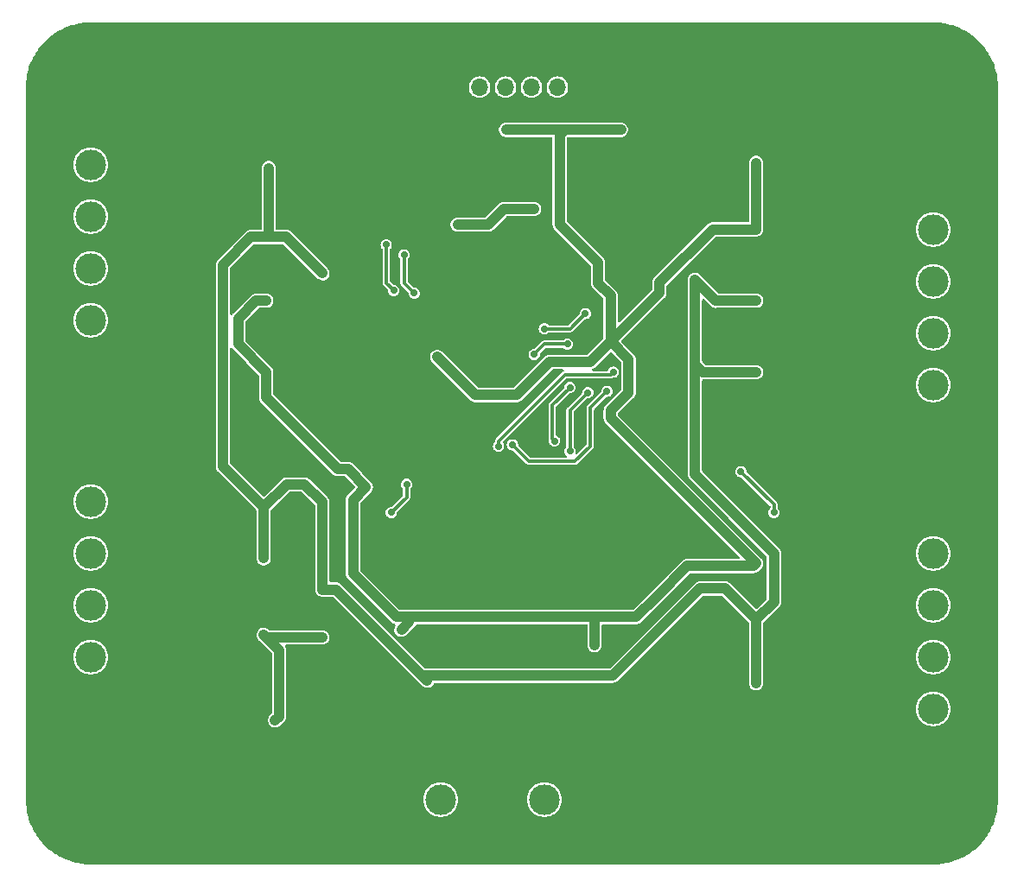
<source format=gbr>
%TF.GenerationSoftware,KiCad,Pcbnew,7.0.5*%
%TF.CreationDate,2023-09-16T15:25:37-07:00*%
%TF.ProjectId,ValveServoI2C,56616c76-6553-4657-9276-6f4932432e6b,rev?*%
%TF.SameCoordinates,Original*%
%TF.FileFunction,Copper,L2,Bot*%
%TF.FilePolarity,Positive*%
%FSLAX46Y46*%
G04 Gerber Fmt 4.6, Leading zero omitted, Abs format (unit mm)*
G04 Created by KiCad (PCBNEW 7.0.5) date 2023-09-16 15:25:37*
%MOMM*%
%LPD*%
G01*
G04 APERTURE LIST*
%TA.AperFunction,ComponentPad*%
%ADD10C,5.600000*%
%TD*%
%TA.AperFunction,ComponentPad*%
%ADD11R,3.000000X3.000000*%
%TD*%
%TA.AperFunction,ComponentPad*%
%ADD12C,3.000000*%
%TD*%
%TA.AperFunction,ComponentPad*%
%ADD13R,1.700000X1.700000*%
%TD*%
%TA.AperFunction,ComponentPad*%
%ADD14O,1.700000X1.700000*%
%TD*%
%TA.AperFunction,ViaPad*%
%ADD15C,0.800000*%
%TD*%
%TA.AperFunction,ViaPad*%
%ADD16C,0.700000*%
%TD*%
%TA.AperFunction,Conductor*%
%ADD17C,1.000000*%
%TD*%
%TA.AperFunction,Conductor*%
%ADD18C,0.300000*%
%TD*%
G04 APERTURE END LIST*
D10*
%TO.P,J2,1,Pin_1*%
%TO.N,GND*%
X82550000Y-120650000D03*
%TD*%
%TO.P,J1,1,Pin_1*%
%TO.N,GND*%
X82550000Y-50800000D03*
%TD*%
%TO.P,J4,1,Pin_1*%
%TO.N,GND*%
X165100000Y-50800000D03*
%TD*%
D11*
%TO.P,J7,1,Pin_1*%
%TO.N,GND*%
X165100000Y-91440000D03*
D12*
%TO.P,J7,2,Pin_2*%
%TO.N,/PCF8575/ServoValveConnection2/DigitalPinIO3/Output*%
X165100000Y-96520000D03*
%TO.P,J7,3,Pin_3*%
%TO.N,/PCF8575/ServoValveConnection2/DigitalPinIO2/Output*%
X165100000Y-101600000D03*
%TO.P,J7,4,Pin_4*%
%TO.N,Net-(D29-K)*%
X165100000Y-106680000D03*
%TO.P,J7,5,Pin_5*%
%TO.N,Net-(D25-K)*%
X165100000Y-111760000D03*
%TD*%
D11*
%TO.P,J10,1,Pin_1*%
%TO.N,GND*%
X132080000Y-120650000D03*
D12*
%TO.P,J10,2,Pin_2*%
%TO.N,Net-(J10-Pin_2)*%
X127000000Y-120650000D03*
%TO.P,J10,3,Pin_3*%
%TO.N,GND*%
X121920000Y-120650000D03*
%TO.P,J10,4,Pin_4*%
%TO.N,Net-(J10-Pin_4)*%
X116840000Y-120650000D03*
%TD*%
D11*
%TO.P,J5,1,Pin_1*%
%TO.N,GND*%
X82550000Y-78740000D03*
D12*
%TO.P,J5,2,Pin_2*%
%TO.N,/PCF8575/ServoValveConnection/DigitalPinIO3/Output*%
X82550000Y-73660000D03*
%TO.P,J5,3,Pin_3*%
%TO.N,/PCF8575/ServoValveConnection/DigitalPinIO2/Output*%
X82550000Y-68580000D03*
%TO.P,J5,4,Pin_4*%
%TO.N,Net-(D27-K)*%
X82550000Y-63500000D03*
%TO.P,J5,5,Pin_5*%
%TO.N,Net-(D23-K)*%
X82550000Y-58420000D03*
%TD*%
D10*
%TO.P,J3,1,Pin_1*%
%TO.N,GND*%
X165100000Y-120650000D03*
%TD*%
D11*
%TO.P,J8,1,Pin_1*%
%TO.N,GND*%
X82550000Y-111760000D03*
D12*
%TO.P,J8,2,Pin_2*%
%TO.N,/PCF8575/ServoValveConnection3/DigitalPinIO3/Output*%
X82550000Y-106680000D03*
%TO.P,J8,3,Pin_3*%
%TO.N,/PCF8575/ServoValveConnection3/DigitalPinIO2/Output*%
X82550000Y-101600000D03*
%TO.P,J8,4,Pin_4*%
%TO.N,Net-(D30-K)*%
X82550000Y-96520000D03*
%TO.P,J8,5,Pin_5*%
%TO.N,Net-(D26-K)*%
X82550000Y-91440000D03*
%TD*%
D11*
%TO.P,J6,1,Pin_1*%
%TO.N,GND*%
X165100000Y-59690000D03*
D12*
%TO.P,J6,2,Pin_2*%
%TO.N,/PCF8575/ServoValveConnection1/DigitalPinIO3/Output*%
X165100000Y-64770000D03*
%TO.P,J6,3,Pin_3*%
%TO.N,/PCF8575/ServoValveConnection1/DigitalPinIO2/Output*%
X165100000Y-69850000D03*
%TO.P,J6,4,Pin_4*%
%TO.N,Net-(D28-K)*%
X165100000Y-74930000D03*
%TO.P,J6,5,Pin_5*%
%TO.N,Net-(D24-K)*%
X165100000Y-80010000D03*
%TD*%
D13*
%TO.P,J9,1,Pin_1*%
%TO.N,GND*%
X118110000Y-50800000D03*
D14*
%TO.P,J9,2,Pin_2*%
%TO.N,/I2CConnector/VI2C*%
X120650000Y-50800000D03*
%TO.P,J9,3,Pin_3*%
%TO.N,Net-(D18-A)*%
X123190000Y-50800000D03*
%TO.P,J9,4,Pin_4*%
%TO.N,Net-(D17-A)*%
X125730000Y-50800000D03*
%TO.P,J9,5,Pin_5*%
%TO.N,/I2CConnector/INT*%
X128270000Y-50800000D03*
%TD*%
D15*
%TO.N,/I2CConnector/VI2C*%
X126000000Y-62750000D03*
X118500000Y-64275000D03*
D16*
%TO.N,GND*%
X143500000Y-83500000D03*
X114500000Y-74000000D03*
X125500000Y-110000000D03*
X139000000Y-64000000D03*
X151250000Y-60500000D03*
X121000000Y-68500000D03*
X110500000Y-95500000D03*
X120250000Y-77250000D03*
X118500000Y-57500000D03*
X133750000Y-47000000D03*
X124500000Y-76500000D03*
X105500000Y-70950000D03*
X125000000Y-105000000D03*
X146000000Y-108500000D03*
X151000000Y-85250000D03*
X96500000Y-57250000D03*
X143500000Y-96000000D03*
X126750000Y-58250000D03*
X106000000Y-83000000D03*
X113500000Y-97500000D03*
X144250000Y-76500000D03*
X139500000Y-110000000D03*
X96750000Y-103000000D03*
X151000000Y-89750000D03*
X102500000Y-91500000D03*
X144750000Y-89750000D03*
X97250000Y-69500000D03*
X138500000Y-67800000D03*
X139500000Y-86500000D03*
X151250000Y-80250000D03*
X133250000Y-67000000D03*
X151000000Y-67250000D03*
X139250000Y-106250000D03*
X116500000Y-104500000D03*
X151000000Y-105250000D03*
X115000000Y-54250000D03*
X97000000Y-109750000D03*
X139000000Y-60000000D03*
X131000000Y-97250000D03*
X122500000Y-84000000D03*
X146000000Y-69500000D03*
X110250000Y-63750000D03*
X144500000Y-105250000D03*
X129000000Y-90000000D03*
X124500000Y-107000000D03*
X122750000Y-58250000D03*
X103000000Y-93000000D03*
X133250000Y-57750000D03*
X151000000Y-110750000D03*
X144000000Y-86500000D03*
X96250000Y-64250000D03*
X137500000Y-76000000D03*
X97000000Y-79000000D03*
X119000000Y-74000000D03*
X96750000Y-96500000D03*
X110000000Y-92000000D03*
X99500000Y-85500000D03*
X151250000Y-99500000D03*
X106500000Y-79500000D03*
X151000000Y-74000000D03*
X125000000Y-101500000D03*
X146500000Y-66500000D03*
X145500000Y-73500000D03*
X116500000Y-101500000D03*
X106750000Y-54250000D03*
X105250000Y-101955000D03*
X103750000Y-62500000D03*
X123750000Y-79000000D03*
X122500000Y-93000000D03*
X96250000Y-91500000D03*
X114500000Y-88500000D03*
X120500000Y-62000000D03*
X140000000Y-84750000D03*
X93500000Y-84000000D03*
%TO.N,+5V*%
X124250000Y-81000000D03*
X99500000Y-104500000D03*
X108250000Y-98500000D03*
X131912500Y-105500000D03*
X99750000Y-78750000D03*
X133500000Y-82500000D03*
X138000000Y-100750000D03*
X138275000Y-70975000D03*
X147750000Y-58250000D03*
X131950000Y-102750000D03*
X99750000Y-71750000D03*
X100625000Y-112875000D03*
X129000000Y-55000000D03*
X147750000Y-64750000D03*
X147750000Y-97500000D03*
X134500000Y-55000000D03*
X128500000Y-64250000D03*
X105250000Y-104750000D03*
X116500000Y-77250000D03*
X109500000Y-90000000D03*
X123250000Y-55000000D03*
X113000000Y-104000000D03*
X132250000Y-70000000D03*
%TO.N,+12V*%
X147750000Y-78750000D03*
X114125000Y-107625000D03*
X100000000Y-65500000D03*
X147750000Y-103000000D03*
X105250000Y-100055000D03*
X115500000Y-109000000D03*
X141750000Y-69700000D03*
X99500000Y-92000000D03*
X142250000Y-99950000D03*
X100000000Y-58750000D03*
X99500000Y-97000000D03*
X147750000Y-109250000D03*
X105250000Y-69050000D03*
X147750000Y-71750000D03*
%TO.N,/I2CConnector/INT*%
X126000000Y-77000000D03*
X129250000Y-76000000D03*
%TO.N,/PCF8575/ServoValveConnection/DRV0*%
X114250000Y-71000000D03*
X113250000Y-67250000D03*
%TO.N,/PCF8575/ServoValveConnection/DRV1*%
X111500000Y-66250000D03*
X112250000Y-70750000D03*
%TO.N,/PCF8575/ServoValveConnection1/END1*%
X129500000Y-80250000D03*
X128000000Y-85500000D03*
%TO.N,/PCF8575/ServoValveConnection1/DRV1*%
X133125000Y-80625000D03*
X123869622Y-85869622D03*
%TO.N,/PCF8575/ServoValveConnection1/END0*%
X129500000Y-86500000D03*
X131250000Y-80750000D03*
%TO.N,/PCF8575/ServoValveConnection1/DRV0*%
X133750000Y-78750000D03*
X122500000Y-86000000D03*
%TO.N,/PCF8575/ServoValveConnection2/END1*%
X149500000Y-92500000D03*
X146250000Y-88500000D03*
%TO.N,/PCF8575/ServoValveConnection3/DRV0*%
X113500000Y-89750000D03*
X112000000Y-92500000D03*
%TO.N,Net-(U6-WP)*%
X131000000Y-73000000D03*
X127000000Y-74500000D03*
%TD*%
D17*
%TO.N,/I2CConnector/VI2C*%
X121475000Y-64275000D02*
X118500000Y-64275000D01*
X126000000Y-62750000D02*
X123000000Y-62750000D01*
X123000000Y-62750000D02*
X121475000Y-64275000D01*
%TO.N,GND*%
X101750000Y-70250000D02*
X101750000Y-71750000D01*
X151000000Y-74000000D02*
X151000000Y-67250000D01*
X90050000Y-50800000D02*
X82550000Y-50800000D01*
X138500000Y-67800000D02*
X137700000Y-67000000D01*
X144500000Y-105250000D02*
X144500000Y-110000000D01*
X101750000Y-94250000D02*
X101750000Y-98455000D01*
X151250000Y-95500000D02*
X151250000Y-91000000D01*
X122750000Y-58250000D02*
X119000000Y-58250000D01*
X150875000Y-95875000D02*
X151250000Y-95500000D01*
X97000000Y-117500000D02*
X93850000Y-120650000D01*
X151000000Y-105250000D02*
X151000000Y-99750000D01*
X124500000Y-78250000D02*
X123750000Y-79000000D01*
X103000000Y-93000000D02*
X101750000Y-94250000D01*
X136750000Y-50000000D02*
X133750000Y-47000000D01*
X160900000Y-120650000D02*
X152625000Y-112375000D01*
X96750000Y-96500000D02*
X96750000Y-92000000D01*
X124500000Y-76500000D02*
X124500000Y-78250000D01*
X152250000Y-112750000D02*
X152625000Y-112375000D01*
X99000000Y-53500000D02*
X96250000Y-56250000D01*
X115000000Y-54250000D02*
X115000000Y-53910000D01*
X151000000Y-85250000D02*
X151000000Y-80500000D01*
X96750000Y-103000000D02*
X96750000Y-97250000D01*
X108250000Y-69750000D02*
X110250000Y-67750000D01*
X97955000Y-98455000D02*
X101750000Y-98455000D01*
X151250000Y-91000000D02*
X151250000Y-90000000D01*
X145000000Y-77250000D02*
X151250000Y-77250000D01*
X133250000Y-57750000D02*
X135750000Y-57750000D01*
X91250000Y-86500000D02*
X91250000Y-85500000D01*
X135750000Y-57750000D02*
X136750000Y-56750000D01*
X106500000Y-54250000D02*
X106750000Y-54250000D01*
X96750000Y-97250000D02*
X96750000Y-96500000D01*
X137500000Y-82250000D02*
X140000000Y-84750000D01*
X118250000Y-57500000D02*
X115000000Y-54250000D01*
X101750000Y-71750000D02*
X104700000Y-71750000D01*
X103750000Y-62500000D02*
X103750000Y-57000000D01*
X137500000Y-76000000D02*
X137500000Y-82250000D01*
X115000000Y-53910000D02*
X118110000Y-50800000D01*
X91250000Y-85500000D02*
X84490000Y-78740000D01*
X152625000Y-112375000D02*
X151000000Y-110750000D01*
X96500000Y-64000000D02*
X96250000Y-64250000D01*
X151000000Y-110750000D02*
X151000000Y-105250000D01*
X104205000Y-101955000D02*
X105250000Y-101955000D01*
X165100000Y-120650000D02*
X160900000Y-120650000D01*
X96250000Y-56250000D02*
X96250000Y-57000000D01*
X150875000Y-95875000D02*
X151250000Y-96250000D01*
X96500000Y-57250000D02*
X96500000Y-64000000D01*
X96750000Y-92000000D02*
X96250000Y-91500000D01*
X133250000Y-67000000D02*
X133250000Y-57750000D01*
X100250000Y-53500000D02*
X99000000Y-53500000D01*
X151250000Y-74250000D02*
X151000000Y-74000000D01*
X151250000Y-96250000D02*
X151250000Y-99500000D01*
X139250000Y-106250000D02*
X143450000Y-110450000D01*
X151250000Y-90000000D02*
X151000000Y-89750000D01*
X136750000Y-56750000D02*
X136750000Y-50000000D01*
X107050000Y-70950000D02*
X108250000Y-69750000D01*
X97000000Y-109750000D02*
X97000000Y-117500000D01*
X144500000Y-110000000D02*
X144950000Y-110450000D01*
X137700000Y-67000000D02*
X133250000Y-67000000D01*
X96750000Y-97250000D02*
X97955000Y-98455000D01*
X97250000Y-69500000D02*
X101000000Y-69500000D01*
X126750000Y-58250000D02*
X122750000Y-58250000D01*
X103750000Y-57000000D02*
X106500000Y-54250000D01*
X151000000Y-99750000D02*
X151250000Y-99500000D01*
X151000000Y-67250000D02*
X151000000Y-60750000D01*
X96250000Y-91500000D02*
X91250000Y-86500000D01*
X143450000Y-110450000D02*
X144950000Y-110450000D01*
X84490000Y-78740000D02*
X82550000Y-78740000D01*
X101750000Y-98455000D02*
X103000000Y-99705000D01*
X96250000Y-57000000D02*
X90050000Y-50800000D01*
X96250000Y-57000000D02*
X96500000Y-57250000D01*
X119000000Y-58250000D02*
X118500000Y-57750000D01*
X151000000Y-80500000D02*
X151250000Y-80250000D01*
X119000000Y-74000000D02*
X119000000Y-76000000D01*
X147250000Y-112750000D02*
X152250000Y-112750000D01*
X104700000Y-71750000D02*
X105500000Y-70950000D01*
X110250000Y-67750000D02*
X110250000Y-63750000D01*
X118500000Y-57750000D02*
X118500000Y-57500000D01*
X151000000Y-60750000D02*
X151250000Y-60500000D01*
X151250000Y-77250000D02*
X151250000Y-74250000D01*
X144250000Y-76500000D02*
X145000000Y-77250000D01*
X144750000Y-89750000D02*
X150875000Y-95875000D01*
X151250000Y-80250000D02*
X151250000Y-77250000D01*
X101000000Y-69500000D02*
X101750000Y-70250000D01*
X93850000Y-120650000D02*
X82550000Y-120650000D01*
X119000000Y-76000000D02*
X120250000Y-77250000D01*
X103750000Y-57000000D02*
X100250000Y-53500000D01*
X144950000Y-110450000D02*
X147250000Y-112750000D01*
X105500000Y-70950000D02*
X107050000Y-70950000D01*
X103000000Y-100750000D02*
X104205000Y-101955000D01*
X97000000Y-109750000D02*
X97000000Y-103250000D01*
X118500000Y-57500000D02*
X118250000Y-57500000D01*
X151000000Y-89750000D02*
X151000000Y-85250000D01*
X103000000Y-99705000D02*
X103000000Y-100750000D01*
X97000000Y-103250000D02*
X96750000Y-103000000D01*
%TO.N,+5V*%
X97000000Y-76000000D02*
X97000000Y-73500000D01*
X132250000Y-68000000D02*
X128500000Y-64250000D01*
X100625000Y-112875000D02*
X101000000Y-112500000D01*
X138275000Y-70975000D02*
X138275000Y-69975000D01*
X120250000Y-81000000D02*
X116500000Y-77250000D01*
X131950000Y-102750000D02*
X136000000Y-102750000D01*
X128500000Y-55500000D02*
X129000000Y-55000000D01*
X133500000Y-75750000D02*
X133500000Y-71250000D01*
X135250000Y-77500000D02*
X133500000Y-75750000D01*
X133500000Y-83250000D02*
X133500000Y-82500000D01*
X138275000Y-69975000D02*
X143500000Y-64750000D01*
X129000000Y-55000000D02*
X123250000Y-55000000D01*
X131912500Y-102787500D02*
X131950000Y-102750000D01*
X105250000Y-104750000D02*
X99750000Y-104750000D01*
X98750000Y-71750000D02*
X99750000Y-71750000D01*
X106750000Y-88250000D02*
X99750000Y-81250000D01*
X135250000Y-80750000D02*
X135250000Y-77500000D01*
X133500000Y-71250000D02*
X132250000Y-70000000D01*
X132250000Y-70000000D02*
X132250000Y-68000000D01*
X133500000Y-82500000D02*
X135250000Y-80750000D01*
X99750000Y-81250000D02*
X99750000Y-78750000D01*
X133500000Y-75750000D02*
X131500000Y-77750000D01*
X109500000Y-90000000D02*
X107750000Y-88250000D01*
X108250000Y-98500000D02*
X108250000Y-91250000D01*
X124250000Y-81000000D02*
X120250000Y-81000000D01*
X99750000Y-104750000D02*
X99500000Y-104500000D01*
X133500000Y-75750000D02*
X138275000Y-70975000D01*
X127500000Y-77750000D02*
X124250000Y-81000000D01*
X113750000Y-102750000D02*
X112500000Y-102750000D01*
X147750000Y-64750000D02*
X147750000Y-58250000D01*
X101000000Y-112500000D02*
X101000000Y-106000000D01*
X131500000Y-77750000D02*
X127500000Y-77750000D01*
X101000000Y-106000000D02*
X99750000Y-104750000D01*
X113750000Y-103250000D02*
X113000000Y-104000000D01*
X129000000Y-55000000D02*
X134500000Y-55000000D01*
X97000000Y-73500000D02*
X98750000Y-71750000D01*
X108250000Y-91250000D02*
X109500000Y-90000000D01*
X143500000Y-64750000D02*
X147750000Y-64750000D01*
X138000000Y-100750000D02*
X141000000Y-97750000D01*
X107750000Y-88250000D02*
X106750000Y-88250000D01*
X113750000Y-102750000D02*
X113750000Y-103250000D01*
X136000000Y-102750000D02*
X138000000Y-100750000D01*
X147500000Y-97750000D02*
X147750000Y-97500000D01*
X131950000Y-102750000D02*
X113750000Y-102750000D01*
X141000000Y-97750000D02*
X147500000Y-97750000D01*
X112500000Y-102750000D02*
X108250000Y-98500000D01*
X128500000Y-64250000D02*
X128500000Y-55500000D01*
X147750000Y-97500000D02*
X133500000Y-83250000D01*
X99750000Y-78750000D02*
X97000000Y-76000000D01*
X131912500Y-105500000D02*
X131912500Y-102787500D01*
%TO.N,+12V*%
X147750000Y-103000000D02*
X149500000Y-101250000D01*
X149500000Y-101250000D02*
X149500000Y-96500000D01*
X105250000Y-100055000D02*
X106555000Y-100055000D01*
X143800000Y-71750000D02*
X141750000Y-69700000D01*
X98250000Y-65500000D02*
X100000000Y-65500000D01*
X115000000Y-108500000D02*
X133700000Y-108500000D01*
X103500000Y-89750000D02*
X101750000Y-89750000D01*
X105250000Y-91500000D02*
X103500000Y-89750000D01*
X100000000Y-65500000D02*
X101700000Y-65500000D01*
X142500000Y-78750000D02*
X141750000Y-78000000D01*
X149500000Y-96500000D02*
X141750000Y-88750000D01*
X144700000Y-99950000D02*
X147750000Y-103000000D01*
X106555000Y-100055000D02*
X114125000Y-107625000D01*
X147750000Y-71750000D02*
X143800000Y-71750000D01*
X147750000Y-78750000D02*
X142500000Y-78750000D01*
X115500000Y-109000000D02*
X115000000Y-108500000D01*
X133700000Y-108500000D02*
X142250000Y-99950000D01*
X99500000Y-97000000D02*
X99500000Y-92000000D01*
X115000000Y-108500000D02*
X114125000Y-107625000D01*
X142250000Y-99950000D02*
X144700000Y-99950000D01*
X147750000Y-103000000D02*
X147750000Y-109250000D01*
X141750000Y-88750000D02*
X141750000Y-78000000D01*
X95500000Y-88000000D02*
X95500000Y-68250000D01*
X101750000Y-89750000D02*
X99500000Y-92000000D01*
X105250000Y-100055000D02*
X105250000Y-91500000D01*
X99500000Y-92000000D02*
X95500000Y-88000000D01*
X141750000Y-78000000D02*
X141750000Y-69700000D01*
X95500000Y-68250000D02*
X98250000Y-65500000D01*
X100000000Y-65500000D02*
X100000000Y-58750000D01*
X101700000Y-65500000D02*
X105250000Y-69050000D01*
D18*
%TO.N,/I2CConnector/INT*%
X127000000Y-76000000D02*
X129250000Y-76000000D01*
X126000000Y-77000000D02*
X127000000Y-76000000D01*
%TO.N,/PCF8575/ServoValveConnection/DRV0*%
X113250000Y-70000000D02*
X113250000Y-67250000D01*
X114250000Y-71000000D02*
X113250000Y-70000000D01*
%TO.N,/PCF8575/ServoValveConnection/DRV1*%
X111500000Y-66250000D02*
X111500000Y-70000000D01*
X111500000Y-70000000D02*
X112250000Y-70750000D01*
%TO.N,/PCF8575/ServoValveConnection1/END1*%
X128000000Y-85500000D02*
X127750000Y-85250000D01*
X127750000Y-82000000D02*
X129500000Y-80250000D01*
X127750000Y-85250000D02*
X127750000Y-82000000D01*
%TO.N,/PCF8575/ServoValveConnection1/DRV1*%
X125500000Y-87500000D02*
X123869622Y-85869622D01*
X133125000Y-80625000D02*
X131500000Y-82250000D01*
X131500000Y-86000000D02*
X130000000Y-87500000D01*
X131500000Y-82250000D02*
X131500000Y-86000000D01*
X130000000Y-87500000D02*
X125500000Y-87500000D01*
%TO.N,/PCF8575/ServoValveConnection1/END0*%
X129500000Y-86500000D02*
X129500000Y-82500000D01*
X129500000Y-82500000D02*
X131250000Y-80750000D01*
%TO.N,/PCF8575/ServoValveConnection1/DRV0*%
X129000000Y-79000000D02*
X122500000Y-85500000D01*
X133500000Y-79000000D02*
X129000000Y-79000000D01*
X122500000Y-85500000D02*
X122500000Y-86000000D01*
X133750000Y-78750000D02*
X133500000Y-79000000D01*
%TO.N,/PCF8575/ServoValveConnection2/END1*%
X149500000Y-91750000D02*
X149500000Y-92500000D01*
X146250000Y-88500000D02*
X149500000Y-91750000D01*
%TO.N,/PCF8575/ServoValveConnection3/DRV0*%
X112000000Y-92500000D02*
X113500000Y-91000000D01*
X113500000Y-91000000D02*
X113500000Y-89750000D01*
%TO.N,Net-(U6-WP)*%
X127000000Y-74500000D02*
X129500000Y-74500000D01*
X129500000Y-74500000D02*
X131000000Y-73000000D01*
%TD*%
%TA.AperFunction,Conductor*%
%TO.N,GND*%
G36*
X165101132Y-44450542D02*
G01*
X165367225Y-44460498D01*
X165577583Y-44468764D01*
X165582032Y-44469102D01*
X165835974Y-44497715D01*
X166061099Y-44524360D01*
X166065303Y-44525006D01*
X166313451Y-44571958D01*
X166538986Y-44616819D01*
X166542853Y-44617721D01*
X166785652Y-44682779D01*
X167008288Y-44745569D01*
X167011911Y-44746713D01*
X167248532Y-44829511D01*
X167466363Y-44909873D01*
X167469661Y-44911200D01*
X167698568Y-45011071D01*
X167699704Y-45011581D01*
X167910484Y-45108752D01*
X167913428Y-45110207D01*
X168134014Y-45226790D01*
X168135262Y-45227469D01*
X168338027Y-45341023D01*
X168340662Y-45342587D01*
X168546667Y-45472028D01*
X168551743Y-45475218D01*
X168553185Y-45476152D01*
X168746495Y-45605318D01*
X168748867Y-45606984D01*
X168949333Y-45754935D01*
X168950874Y-45756110D01*
X169133553Y-45900123D01*
X169135549Y-45901767D01*
X169324378Y-46064267D01*
X169326007Y-46065721D01*
X169496852Y-46223648D01*
X169498594Y-46225324D01*
X169674674Y-46401404D01*
X169676362Y-46403159D01*
X169834277Y-46573991D01*
X169835738Y-46575628D01*
X169998223Y-46764440D01*
X169999883Y-46766456D01*
X170143868Y-46949099D01*
X170145063Y-46950665D01*
X170293014Y-47151131D01*
X170294680Y-47153503D01*
X170423834Y-47346795D01*
X170424780Y-47348255D01*
X170557390Y-47559301D01*
X170558988Y-47561993D01*
X170672508Y-47764698D01*
X170673228Y-47766022D01*
X170789777Y-47986542D01*
X170791259Y-47989541D01*
X170888414Y-48200288D01*
X170888936Y-48201451D01*
X170988796Y-48430333D01*
X170990138Y-48433668D01*
X171070486Y-48651463D01*
X171153284Y-48888086D01*
X171154436Y-48891735D01*
X171217221Y-49114353D01*
X171282270Y-49357118D01*
X171283192Y-49361071D01*
X171328039Y-49586534D01*
X171374989Y-49834677D01*
X171375640Y-49838917D01*
X171402279Y-50063983D01*
X171430894Y-50317950D01*
X171431237Y-50322459D01*
X171439521Y-50533300D01*
X171449457Y-50798868D01*
X171449500Y-50801152D01*
X171449500Y-120648847D01*
X171449457Y-120651132D01*
X171440985Y-120877555D01*
X171439521Y-120916699D01*
X171431237Y-121127539D01*
X171430894Y-121132048D01*
X171402279Y-121386015D01*
X171375640Y-121611081D01*
X171374989Y-121615321D01*
X171328039Y-121863464D01*
X171283192Y-122088927D01*
X171282270Y-122092880D01*
X171217221Y-122335645D01*
X171154436Y-122558263D01*
X171153284Y-122561912D01*
X171070486Y-122798535D01*
X170990138Y-123016330D01*
X170988796Y-123019665D01*
X170888936Y-123248547D01*
X170888414Y-123249710D01*
X170791259Y-123460457D01*
X170789769Y-123463472D01*
X170673228Y-123683976D01*
X170672508Y-123685300D01*
X170558988Y-123888005D01*
X170557390Y-123890697D01*
X170424780Y-124101743D01*
X170423834Y-124103203D01*
X170294680Y-124296495D01*
X170293014Y-124298867D01*
X170145063Y-124499333D01*
X170143868Y-124500899D01*
X169999906Y-124683515D01*
X169998210Y-124685574D01*
X169835743Y-124874364D01*
X169834277Y-124876007D01*
X169676362Y-125046839D01*
X169674674Y-125048594D01*
X169498594Y-125224674D01*
X169496839Y-125226362D01*
X169326007Y-125384277D01*
X169324364Y-125385743D01*
X169135574Y-125548210D01*
X169133515Y-125549906D01*
X168950899Y-125693868D01*
X168949333Y-125695063D01*
X168748867Y-125843014D01*
X168746495Y-125844680D01*
X168553203Y-125973834D01*
X168551743Y-125974780D01*
X168340697Y-126107390D01*
X168338005Y-126108988D01*
X168135300Y-126222508D01*
X168133976Y-126223228D01*
X167913472Y-126339769D01*
X167910457Y-126341259D01*
X167699710Y-126438414D01*
X167698547Y-126438936D01*
X167469665Y-126538796D01*
X167466330Y-126540138D01*
X167248535Y-126620486D01*
X167011912Y-126703284D01*
X167008263Y-126704436D01*
X166785645Y-126767221D01*
X166542880Y-126832270D01*
X166538927Y-126833192D01*
X166313464Y-126878039D01*
X166065321Y-126924989D01*
X166061081Y-126925640D01*
X165836015Y-126952279D01*
X165582048Y-126980894D01*
X165577538Y-126981237D01*
X165366889Y-126989513D01*
X165203648Y-126995621D01*
X165101132Y-126999457D01*
X165098848Y-126999500D01*
X82551152Y-126999500D01*
X82548867Y-126999457D01*
X82441409Y-126995436D01*
X82283109Y-126989513D01*
X82072460Y-126981237D01*
X82067950Y-126980894D01*
X81813983Y-126952279D01*
X81588917Y-126925640D01*
X81584677Y-126924989D01*
X81336534Y-126878039D01*
X81111057Y-126833188D01*
X81107118Y-126832270D01*
X80864353Y-126767221D01*
X80641735Y-126704436D01*
X80638086Y-126703284D01*
X80401463Y-126620486D01*
X80183668Y-126540138D01*
X80180333Y-126538796D01*
X79951451Y-126438936D01*
X79950288Y-126438414D01*
X79739541Y-126341259D01*
X79736542Y-126339777D01*
X79601687Y-126268504D01*
X79516022Y-126223228D01*
X79514698Y-126222508D01*
X79311993Y-126108988D01*
X79309313Y-126107397D01*
X79187545Y-126030885D01*
X79098255Y-125974780D01*
X79096795Y-125973834D01*
X78903503Y-125844680D01*
X78901131Y-125843014D01*
X78700665Y-125695063D01*
X78699099Y-125693868D01*
X78516456Y-125549883D01*
X78514440Y-125548223D01*
X78325628Y-125385738D01*
X78323991Y-125384277D01*
X78153159Y-125226362D01*
X78151404Y-125224674D01*
X77975324Y-125048594D01*
X77973648Y-125046852D01*
X77815721Y-124876007D01*
X77814255Y-124874364D01*
X77651767Y-124685549D01*
X77650123Y-124683553D01*
X77506110Y-124500874D01*
X77504935Y-124499333D01*
X77356984Y-124298867D01*
X77355318Y-124296495D01*
X77226164Y-124103203D01*
X77225218Y-124101743D01*
X77222028Y-124096667D01*
X77092587Y-123890662D01*
X77091023Y-123888027D01*
X76977469Y-123685262D01*
X76976790Y-123684014D01*
X76860207Y-123463428D01*
X76858752Y-123460484D01*
X76761581Y-123249704D01*
X76761062Y-123248547D01*
X76661202Y-123019665D01*
X76659873Y-123016363D01*
X76579507Y-122798521D01*
X76496714Y-122561912D01*
X76495569Y-122558288D01*
X76432779Y-122335652D01*
X76367721Y-122092853D01*
X76366819Y-122088986D01*
X76321958Y-121863451D01*
X76275006Y-121615303D01*
X76274360Y-121611099D01*
X76247715Y-121385974D01*
X76219102Y-121132032D01*
X76218764Y-121127581D01*
X76210489Y-120916983D01*
X76200542Y-120651131D01*
X76200521Y-120650004D01*
X115134732Y-120650004D01*
X115153777Y-120904154D01*
X115205792Y-121132048D01*
X115210492Y-121152637D01*
X115303607Y-121389888D01*
X115431041Y-121610612D01*
X115589950Y-121809877D01*
X115776783Y-121983232D01*
X115987366Y-122126805D01*
X115987371Y-122126807D01*
X115987372Y-122126808D01*
X115987373Y-122126809D01*
X116109328Y-122185538D01*
X116216992Y-122237387D01*
X116216993Y-122237387D01*
X116216996Y-122237389D01*
X116460542Y-122312513D01*
X116712565Y-122350500D01*
X116967435Y-122350500D01*
X117219458Y-122312513D01*
X117463004Y-122237389D01*
X117692634Y-122126805D01*
X117903217Y-121983232D01*
X118090050Y-121809877D01*
X118248959Y-121610612D01*
X118376393Y-121389888D01*
X118469508Y-121152637D01*
X118526222Y-120904157D01*
X118545268Y-120650004D01*
X125294732Y-120650004D01*
X125313777Y-120904154D01*
X125365792Y-121132048D01*
X125370492Y-121152637D01*
X125463607Y-121389888D01*
X125591041Y-121610612D01*
X125749950Y-121809877D01*
X125936783Y-121983232D01*
X126147366Y-122126805D01*
X126147371Y-122126807D01*
X126147372Y-122126808D01*
X126147373Y-122126809D01*
X126269328Y-122185538D01*
X126376992Y-122237387D01*
X126376993Y-122237387D01*
X126376996Y-122237389D01*
X126620542Y-122312513D01*
X126872565Y-122350500D01*
X127127435Y-122350500D01*
X127379458Y-122312513D01*
X127623004Y-122237389D01*
X127852634Y-122126805D01*
X128063217Y-121983232D01*
X128250050Y-121809877D01*
X128408959Y-121610612D01*
X128536393Y-121389888D01*
X128629508Y-121152637D01*
X128686222Y-120904157D01*
X128705268Y-120650000D01*
X128686222Y-120395843D01*
X128629508Y-120147363D01*
X128536393Y-119910112D01*
X128408959Y-119689388D01*
X128250050Y-119490123D01*
X128063217Y-119316768D01*
X127852634Y-119173195D01*
X127852630Y-119173193D01*
X127852627Y-119173191D01*
X127852626Y-119173190D01*
X127623006Y-119062612D01*
X127623008Y-119062612D01*
X127379466Y-118987489D01*
X127379462Y-118987488D01*
X127379458Y-118987487D01*
X127258231Y-118969214D01*
X127127440Y-118949500D01*
X127127435Y-118949500D01*
X126872565Y-118949500D01*
X126872559Y-118949500D01*
X126715609Y-118973157D01*
X126620542Y-118987487D01*
X126620538Y-118987488D01*
X126620539Y-118987488D01*
X126620533Y-118987489D01*
X126376992Y-119062612D01*
X126147373Y-119173190D01*
X126147372Y-119173191D01*
X125936782Y-119316768D01*
X125749952Y-119490121D01*
X125749950Y-119490123D01*
X125591041Y-119689388D01*
X125463608Y-119910109D01*
X125370492Y-120147362D01*
X125370490Y-120147369D01*
X125313777Y-120395845D01*
X125294732Y-120649995D01*
X125294732Y-120650004D01*
X118545268Y-120650004D01*
X118545268Y-120650000D01*
X118526222Y-120395843D01*
X118469508Y-120147363D01*
X118376393Y-119910112D01*
X118248959Y-119689388D01*
X118090050Y-119490123D01*
X117903217Y-119316768D01*
X117692634Y-119173195D01*
X117692630Y-119173193D01*
X117692627Y-119173191D01*
X117692626Y-119173190D01*
X117463006Y-119062612D01*
X117463008Y-119062612D01*
X117219466Y-118987489D01*
X117219462Y-118987488D01*
X117219458Y-118987487D01*
X117098231Y-118969214D01*
X116967440Y-118949500D01*
X116967435Y-118949500D01*
X116712565Y-118949500D01*
X116712559Y-118949500D01*
X116555609Y-118973157D01*
X116460542Y-118987487D01*
X116460538Y-118987488D01*
X116460539Y-118987488D01*
X116460533Y-118987489D01*
X116216992Y-119062612D01*
X115987373Y-119173190D01*
X115987372Y-119173191D01*
X115776782Y-119316768D01*
X115589952Y-119490121D01*
X115589950Y-119490123D01*
X115431041Y-119689388D01*
X115303608Y-119910109D01*
X115210492Y-120147362D01*
X115210490Y-120147369D01*
X115153777Y-120395845D01*
X115134732Y-120649995D01*
X115134732Y-120650004D01*
X76200521Y-120650004D01*
X76200500Y-120648848D01*
X76200500Y-106680004D01*
X80844732Y-106680004D01*
X80863777Y-106934154D01*
X80905544Y-107117148D01*
X80920492Y-107182637D01*
X81013607Y-107419888D01*
X81141041Y-107640612D01*
X81299950Y-107839877D01*
X81486783Y-108013232D01*
X81697366Y-108156805D01*
X81697371Y-108156807D01*
X81697372Y-108156808D01*
X81697373Y-108156809D01*
X81819328Y-108215538D01*
X81926992Y-108267387D01*
X81926993Y-108267387D01*
X81926996Y-108267389D01*
X82170542Y-108342513D01*
X82422565Y-108380500D01*
X82677435Y-108380500D01*
X82929458Y-108342513D01*
X83173004Y-108267389D01*
X83402634Y-108156805D01*
X83613217Y-108013232D01*
X83800050Y-107839877D01*
X83958959Y-107640612D01*
X84086393Y-107419888D01*
X84179508Y-107182637D01*
X84236222Y-106934157D01*
X84255268Y-106680000D01*
X84236222Y-106425843D01*
X84179508Y-106177363D01*
X84086393Y-105940112D01*
X83958959Y-105719388D01*
X83800050Y-105520123D01*
X83613217Y-105346768D01*
X83402634Y-105203195D01*
X83402630Y-105203193D01*
X83402627Y-105203191D01*
X83402626Y-105203190D01*
X83173006Y-105092612D01*
X83173008Y-105092612D01*
X82929466Y-105017489D01*
X82929462Y-105017488D01*
X82929458Y-105017487D01*
X82808231Y-104999214D01*
X82677440Y-104979500D01*
X82677435Y-104979500D01*
X82422565Y-104979500D01*
X82422559Y-104979500D01*
X82285059Y-105000226D01*
X82170542Y-105017487D01*
X82170538Y-105017488D01*
X82170539Y-105017488D01*
X82170533Y-105017489D01*
X81926992Y-105092612D01*
X81697373Y-105203190D01*
X81697372Y-105203191D01*
X81486782Y-105346768D01*
X81299952Y-105520121D01*
X81299950Y-105520123D01*
X81141041Y-105719388D01*
X81013608Y-105940109D01*
X80920492Y-106177362D01*
X80920490Y-106177369D01*
X80863777Y-106425845D01*
X80844732Y-106679995D01*
X80844732Y-106680004D01*
X76200500Y-106680004D01*
X76200500Y-104542605D01*
X98795642Y-104542605D01*
X98826304Y-104709931D01*
X98826306Y-104709935D01*
X98896122Y-104865057D01*
X98944693Y-104927053D01*
X98974712Y-104965370D01*
X99101954Y-105092611D01*
X99224710Y-105215367D01*
X99238399Y-105229056D01*
X99240935Y-105231750D01*
X99282071Y-105278183D01*
X99290412Y-105283940D01*
X99307650Y-105298307D01*
X100263180Y-106253838D01*
X100296665Y-106315161D01*
X100299499Y-106341519D01*
X100299500Y-112158480D01*
X100279815Y-112225519D01*
X100263181Y-112246161D01*
X100099712Y-112409629D01*
X100021121Y-112509944D01*
X99951306Y-112665064D01*
X99951304Y-112665068D01*
X99932084Y-112769955D01*
X99920642Y-112832394D01*
X99930914Y-113002196D01*
X99981522Y-113164606D01*
X100025170Y-113236809D01*
X100069530Y-113310188D01*
X100189811Y-113430469D01*
X100189813Y-113430470D01*
X100189815Y-113430472D01*
X100335394Y-113518478D01*
X100497804Y-113569086D01*
X100667606Y-113579358D01*
X100834932Y-113548695D01*
X100990057Y-113478878D01*
X101090367Y-113400290D01*
X101479056Y-113011599D01*
X101481748Y-113009065D01*
X101528183Y-112967929D01*
X101563421Y-112916876D01*
X101565613Y-112913896D01*
X101603878Y-112865057D01*
X101608034Y-112855821D01*
X101619062Y-112836266D01*
X101624818Y-112827930D01*
X101646809Y-112769942D01*
X101648229Y-112766512D01*
X101673695Y-112709932D01*
X101675522Y-112699962D01*
X101681549Y-112678338D01*
X101685140Y-112668872D01*
X101692615Y-112607303D01*
X101693177Y-112603612D01*
X101704357Y-112542606D01*
X101702381Y-112509944D01*
X101700613Y-112480707D01*
X101700500Y-112476963D01*
X101700500Y-111760004D01*
X163394732Y-111760004D01*
X163413777Y-112014154D01*
X163446718Y-112158480D01*
X163470492Y-112262637D01*
X163563607Y-112499888D01*
X163691041Y-112720612D01*
X163849950Y-112919877D01*
X164036783Y-113093232D01*
X164247366Y-113236805D01*
X164247371Y-113236807D01*
X164247372Y-113236808D01*
X164247373Y-113236809D01*
X164369328Y-113295538D01*
X164476992Y-113347387D01*
X164476993Y-113347387D01*
X164476996Y-113347389D01*
X164720542Y-113422513D01*
X164972565Y-113460500D01*
X165227435Y-113460500D01*
X165479458Y-113422513D01*
X165723004Y-113347389D01*
X165952634Y-113236805D01*
X166163217Y-113093232D01*
X166350050Y-112919877D01*
X166508959Y-112720612D01*
X166636393Y-112499888D01*
X166729508Y-112262637D01*
X166786222Y-112014157D01*
X166805268Y-111760000D01*
X166786222Y-111505843D01*
X166729508Y-111257363D01*
X166636393Y-111020112D01*
X166508959Y-110799388D01*
X166350050Y-110600123D01*
X166163217Y-110426768D01*
X165952634Y-110283195D01*
X165952630Y-110283193D01*
X165952627Y-110283191D01*
X165952626Y-110283190D01*
X165723006Y-110172612D01*
X165723008Y-110172612D01*
X165479466Y-110097489D01*
X165479462Y-110097488D01*
X165479458Y-110097487D01*
X165358231Y-110079214D01*
X165227440Y-110059500D01*
X165227435Y-110059500D01*
X164972565Y-110059500D01*
X164972559Y-110059500D01*
X164815609Y-110083157D01*
X164720542Y-110097487D01*
X164720538Y-110097488D01*
X164720539Y-110097488D01*
X164720533Y-110097489D01*
X164476992Y-110172612D01*
X164247373Y-110283190D01*
X164247372Y-110283191D01*
X164036782Y-110426768D01*
X163849952Y-110600121D01*
X163849950Y-110600123D01*
X163691041Y-110799388D01*
X163563608Y-111020109D01*
X163470492Y-111257362D01*
X163470490Y-111257369D01*
X163413777Y-111505845D01*
X163394732Y-111759995D01*
X163394732Y-111760004D01*
X101700500Y-111760004D01*
X101700500Y-106023047D01*
X101700613Y-106019302D01*
X101704358Y-105957394D01*
X101693175Y-105896371D01*
X101692613Y-105892674D01*
X101690618Y-105876251D01*
X101685140Y-105831128D01*
X101681548Y-105821656D01*
X101675521Y-105800034D01*
X101673695Y-105790071D01*
X101673695Y-105790069D01*
X101648223Y-105733474D01*
X101646812Y-105730065D01*
X101624818Y-105672070D01*
X101619063Y-105663733D01*
X101608036Y-105644182D01*
X101600800Y-105628104D01*
X101603066Y-105627083D01*
X101588281Y-105571106D01*
X101609793Y-105504631D01*
X101663830Y-105460338D01*
X101712235Y-105450500D01*
X105292374Y-105450500D01*
X105334538Y-105445380D01*
X105418872Y-105435140D01*
X105577930Y-105374818D01*
X105717929Y-105278183D01*
X105830734Y-105150852D01*
X105909790Y-105000225D01*
X105950500Y-104835056D01*
X105950500Y-104664944D01*
X105909790Y-104499775D01*
X105875892Y-104435188D01*
X105830736Y-104349150D01*
X105811560Y-104327505D01*
X105717929Y-104221817D01*
X105668177Y-104187475D01*
X105577931Y-104125182D01*
X105418874Y-104064860D01*
X105418868Y-104064859D01*
X105292374Y-104049500D01*
X105292372Y-104049500D01*
X100091519Y-104049500D01*
X100024480Y-104029815D01*
X100003837Y-104013180D01*
X99965370Y-103974712D01*
X99926843Y-103944528D01*
X99865057Y-103896122D01*
X99777071Y-103856522D01*
X99709935Y-103826306D01*
X99709931Y-103826304D01*
X99542607Y-103795642D01*
X99542603Y-103795642D01*
X99415254Y-103803346D01*
X99372804Y-103805914D01*
X99291598Y-103831217D01*
X99210393Y-103856522D01*
X99064811Y-103944530D01*
X98944530Y-104064811D01*
X98856522Y-104210393D01*
X98831839Y-104289606D01*
X98813286Y-104349148D01*
X98805914Y-104372805D01*
X98795642Y-104542603D01*
X98795642Y-104542605D01*
X76200500Y-104542605D01*
X76200500Y-101600004D01*
X80844732Y-101600004D01*
X80863777Y-101854154D01*
X80908363Y-102049500D01*
X80920492Y-102102637D01*
X81013607Y-102339888D01*
X81141041Y-102560612D01*
X81299950Y-102759877D01*
X81486783Y-102933232D01*
X81697366Y-103076805D01*
X81697371Y-103076807D01*
X81697372Y-103076808D01*
X81697373Y-103076809D01*
X81819328Y-103135538D01*
X81926992Y-103187387D01*
X81926993Y-103187387D01*
X81926996Y-103187389D01*
X82170542Y-103262513D01*
X82422565Y-103300500D01*
X82677435Y-103300500D01*
X82929458Y-103262513D01*
X83173004Y-103187389D01*
X83402634Y-103076805D01*
X83613217Y-102933232D01*
X83800050Y-102759877D01*
X83958959Y-102560612D01*
X84086393Y-102339888D01*
X84179508Y-102102637D01*
X84236222Y-101854157D01*
X84246431Y-101717929D01*
X84255268Y-101600004D01*
X84255268Y-101599995D01*
X84236222Y-101345845D01*
X84224070Y-101292604D01*
X84179508Y-101097363D01*
X84086393Y-100860112D01*
X83958959Y-100639388D01*
X83800050Y-100440123D01*
X83613217Y-100266768D01*
X83402634Y-100123195D01*
X83402630Y-100123193D01*
X83402627Y-100123191D01*
X83402626Y-100123190D01*
X83173006Y-100012612D01*
X83173008Y-100012612D01*
X82929466Y-99937489D01*
X82929462Y-99937488D01*
X82929458Y-99937487D01*
X82808231Y-99919214D01*
X82677440Y-99899500D01*
X82677435Y-99899500D01*
X82422565Y-99899500D01*
X82422559Y-99899500D01*
X82265609Y-99923157D01*
X82170542Y-99937487D01*
X82170538Y-99937488D01*
X82170539Y-99937488D01*
X82170533Y-99937489D01*
X81926992Y-100012612D01*
X81697373Y-100123190D01*
X81697372Y-100123191D01*
X81486782Y-100266768D01*
X81299952Y-100440121D01*
X81299950Y-100440123D01*
X81141041Y-100639388D01*
X81013608Y-100860109D01*
X80920492Y-101097362D01*
X80920490Y-101097369D01*
X80863777Y-101345845D01*
X80844732Y-101599995D01*
X80844732Y-101600004D01*
X76200500Y-101600004D01*
X76200500Y-96520004D01*
X80844732Y-96520004D01*
X80863777Y-96774154D01*
X80908211Y-96968834D01*
X80920492Y-97022637D01*
X81013607Y-97259888D01*
X81141041Y-97480612D01*
X81299950Y-97679877D01*
X81486783Y-97853232D01*
X81697366Y-97996805D01*
X81697371Y-97996807D01*
X81697372Y-97996808D01*
X81697373Y-97996809D01*
X81819328Y-98055538D01*
X81926992Y-98107387D01*
X81926993Y-98107387D01*
X81926996Y-98107389D01*
X82170542Y-98182513D01*
X82422565Y-98220500D01*
X82677435Y-98220500D01*
X82929458Y-98182513D01*
X83173004Y-98107389D01*
X83402634Y-97996805D01*
X83613217Y-97853232D01*
X83800050Y-97679877D01*
X83958959Y-97480612D01*
X84086393Y-97259888D01*
X84179508Y-97022637D01*
X84236222Y-96774157D01*
X84255041Y-96523035D01*
X84255268Y-96520004D01*
X84255268Y-96519995D01*
X84238784Y-96300029D01*
X84236222Y-96265843D01*
X84179508Y-96017363D01*
X84086393Y-95780112D01*
X83958959Y-95559388D01*
X83800050Y-95360123D01*
X83613217Y-95186768D01*
X83402634Y-95043195D01*
X83402630Y-95043193D01*
X83402627Y-95043191D01*
X83402626Y-95043190D01*
X83173006Y-94932612D01*
X83173008Y-94932612D01*
X82929466Y-94857489D01*
X82929462Y-94857488D01*
X82929458Y-94857487D01*
X82808231Y-94839214D01*
X82677440Y-94819500D01*
X82677435Y-94819500D01*
X82422565Y-94819500D01*
X82422559Y-94819500D01*
X82265609Y-94843157D01*
X82170542Y-94857487D01*
X82170538Y-94857488D01*
X82170539Y-94857488D01*
X82170533Y-94857489D01*
X81926992Y-94932612D01*
X81697373Y-95043190D01*
X81697372Y-95043191D01*
X81486782Y-95186768D01*
X81299952Y-95360121D01*
X81299950Y-95360123D01*
X81141041Y-95559388D01*
X81013608Y-95780109D01*
X80920492Y-96017362D01*
X80920490Y-96017369D01*
X80863777Y-96265845D01*
X80844732Y-96519995D01*
X80844732Y-96520004D01*
X76200500Y-96520004D01*
X76200500Y-91440004D01*
X80844732Y-91440004D01*
X80863777Y-91694154D01*
X80915367Y-91920186D01*
X80920492Y-91942637D01*
X81013607Y-92179888D01*
X81141041Y-92400612D01*
X81299950Y-92599877D01*
X81486783Y-92773232D01*
X81697366Y-92916805D01*
X81697371Y-92916807D01*
X81697372Y-92916808D01*
X81697373Y-92916809D01*
X81819328Y-92975538D01*
X81926992Y-93027387D01*
X81926993Y-93027387D01*
X81926996Y-93027389D01*
X82170542Y-93102513D01*
X82422565Y-93140500D01*
X82677435Y-93140500D01*
X82929458Y-93102513D01*
X83173004Y-93027389D01*
X83402634Y-92916805D01*
X83613217Y-92773232D01*
X83800050Y-92599877D01*
X83958959Y-92400612D01*
X84086393Y-92179888D01*
X84179508Y-91942637D01*
X84236222Y-91694157D01*
X84247511Y-91543516D01*
X84255268Y-91440004D01*
X84255268Y-91439995D01*
X84236222Y-91185845D01*
X84230803Y-91162104D01*
X84179508Y-90937363D01*
X84086393Y-90700112D01*
X83958959Y-90479388D01*
X83800050Y-90280123D01*
X83613217Y-90106768D01*
X83402634Y-89963195D01*
X83402630Y-89963193D01*
X83402627Y-89963191D01*
X83402626Y-89963190D01*
X83173006Y-89852612D01*
X83173008Y-89852612D01*
X82929466Y-89777489D01*
X82929462Y-89777488D01*
X82929458Y-89777487D01*
X82808231Y-89759214D01*
X82677440Y-89739500D01*
X82677435Y-89739500D01*
X82422565Y-89739500D01*
X82422559Y-89739500D01*
X82265609Y-89763157D01*
X82170542Y-89777487D01*
X82170538Y-89777488D01*
X82170539Y-89777488D01*
X82170533Y-89777489D01*
X81926992Y-89852612D01*
X81697373Y-89963190D01*
X81697372Y-89963191D01*
X81486782Y-90106768D01*
X81299952Y-90280121D01*
X81299950Y-90280123D01*
X81141041Y-90479388D01*
X81013608Y-90700109D01*
X80920492Y-90937362D01*
X80920490Y-90937369D01*
X80863777Y-91185845D01*
X80844732Y-91439995D01*
X80844732Y-91440004D01*
X76200500Y-91440004D01*
X76200500Y-88042605D01*
X94795642Y-88042605D01*
X94806821Y-88103612D01*
X94807384Y-88107313D01*
X94814859Y-88168870D01*
X94814860Y-88168874D01*
X94818451Y-88178343D01*
X94824474Y-88199946D01*
X94826304Y-88209930D01*
X94851759Y-88266490D01*
X94853189Y-88269941D01*
X94875182Y-88327930D01*
X94875183Y-88327931D01*
X94880936Y-88336266D01*
X94891961Y-88355813D01*
X94896120Y-88365055D01*
X94896122Y-88365057D01*
X94930142Y-88408481D01*
X94934371Y-88413878D01*
X94936591Y-88416896D01*
X94971812Y-88467924D01*
X94971816Y-88467928D01*
X94971817Y-88467929D01*
X95018250Y-88509064D01*
X95020941Y-88511598D01*
X96905042Y-90395699D01*
X98763181Y-92253838D01*
X98796666Y-92315161D01*
X98799500Y-92341519D01*
X98799500Y-97042374D01*
X98814859Y-97168868D01*
X98814860Y-97168874D01*
X98875182Y-97327931D01*
X98906156Y-97372804D01*
X98971817Y-97467929D01*
X99056108Y-97542604D01*
X99099150Y-97580736D01*
X99249773Y-97659789D01*
X99249775Y-97659790D01*
X99414944Y-97700500D01*
X99585056Y-97700500D01*
X99750225Y-97659790D01*
X99886366Y-97588337D01*
X99900849Y-97580736D01*
X99900850Y-97580734D01*
X99900852Y-97580734D01*
X100028183Y-97467929D01*
X100124818Y-97327930D01*
X100185140Y-97168872D01*
X100197769Y-97064861D01*
X100200500Y-97042374D01*
X100200500Y-92341518D01*
X100220185Y-92274479D01*
X100236819Y-92253837D01*
X102003837Y-90486819D01*
X102065160Y-90453334D01*
X102091518Y-90450500D01*
X103158481Y-90450500D01*
X103225520Y-90470185D01*
X103246162Y-90486819D01*
X104513181Y-91753838D01*
X104546666Y-91815161D01*
X104549500Y-91841519D01*
X104549500Y-100140058D01*
X104558816Y-100177855D01*
X104560166Y-100185223D01*
X104564859Y-100223869D01*
X104564861Y-100223876D01*
X104578665Y-100260276D01*
X104580894Y-100267429D01*
X104590209Y-100305221D01*
X104590210Y-100305226D01*
X104608299Y-100339693D01*
X104611374Y-100346524D01*
X104625182Y-100382931D01*
X104625183Y-100382933D01*
X104647300Y-100414974D01*
X104651177Y-100421387D01*
X104669263Y-100455848D01*
X104669265Y-100455851D01*
X104695075Y-100484986D01*
X104699695Y-100490882D01*
X104721814Y-100522925D01*
X104721821Y-100522933D01*
X104750955Y-100548743D01*
X104756255Y-100554042D01*
X104782073Y-100583185D01*
X104814111Y-100605299D01*
X104820005Y-100609916D01*
X104832685Y-100621150D01*
X104849145Y-100635732D01*
X104849151Y-100635736D01*
X104883614Y-100653823D01*
X104890018Y-100657694D01*
X104922070Y-100679818D01*
X104958484Y-100693627D01*
X104965283Y-100696687D01*
X104999775Y-100714790D01*
X104999777Y-100714790D01*
X104999778Y-100714791D01*
X105006914Y-100716549D01*
X105037590Y-100724110D01*
X105044712Y-100726329D01*
X105081128Y-100740140D01*
X105100572Y-100742500D01*
X105119773Y-100744832D01*
X105127140Y-100746181D01*
X105151369Y-100752153D01*
X105164943Y-100755500D01*
X105164944Y-100755500D01*
X105207628Y-100755500D01*
X106213481Y-100755500D01*
X106280520Y-100775185D01*
X106301162Y-100791819D01*
X113599710Y-108090367D01*
X114474710Y-108965367D01*
X114488399Y-108979056D01*
X114490935Y-108981750D01*
X114532071Y-109028183D01*
X114540412Y-109033940D01*
X114557650Y-109048307D01*
X115034619Y-109525277D01*
X115034625Y-109525282D01*
X115034633Y-109525290D01*
X115134944Y-109603878D01*
X115290069Y-109673695D01*
X115457394Y-109704358D01*
X115627196Y-109694086D01*
X115789606Y-109643478D01*
X115935185Y-109555472D01*
X116055472Y-109435185D01*
X116143478Y-109289606D01*
X116144098Y-109287613D01*
X116144949Y-109286336D01*
X116146557Y-109282765D01*
X116147150Y-109283032D01*
X116182833Y-109229465D01*
X116246857Y-109201489D01*
X116262485Y-109200500D01*
X133676952Y-109200500D01*
X133680697Y-109200613D01*
X133688042Y-109201057D01*
X133742606Y-109204358D01*
X133780314Y-109197447D01*
X133803621Y-109193177D01*
X133807325Y-109192613D01*
X133825170Y-109190446D01*
X133868872Y-109185140D01*
X133878335Y-109181550D01*
X133899961Y-109175522D01*
X133900893Y-109175351D01*
X133909932Y-109173695D01*
X133966512Y-109148229D01*
X133969942Y-109146809D01*
X134027930Y-109124818D01*
X134036266Y-109119062D01*
X134055821Y-109108034D01*
X134065057Y-109103878D01*
X134113896Y-109065613D01*
X134116876Y-109063421D01*
X134167929Y-109028183D01*
X134209065Y-108981748D01*
X134211599Y-108979056D01*
X142503837Y-100686819D01*
X142565161Y-100653334D01*
X142591519Y-100650500D01*
X144358481Y-100650500D01*
X144425520Y-100670185D01*
X144446162Y-100686819D01*
X147013181Y-103253838D01*
X147046666Y-103315161D01*
X147049500Y-103341519D01*
X147049500Y-109292374D01*
X147064859Y-109418868D01*
X147064860Y-109418874D01*
X147125182Y-109577931D01*
X147170426Y-109643477D01*
X147221817Y-109717929D01*
X147327505Y-109811560D01*
X147349150Y-109830736D01*
X147499773Y-109909789D01*
X147499775Y-109909790D01*
X147664944Y-109950500D01*
X147835056Y-109950500D01*
X148000225Y-109909790D01*
X148079692Y-109868081D01*
X148150849Y-109830736D01*
X148150850Y-109830734D01*
X148150852Y-109830734D01*
X148278183Y-109717929D01*
X148374818Y-109577930D01*
X148435140Y-109418872D01*
X148450500Y-109292372D01*
X148450500Y-106680004D01*
X163394732Y-106680004D01*
X163413777Y-106934154D01*
X163455544Y-107117148D01*
X163470492Y-107182637D01*
X163563607Y-107419888D01*
X163691041Y-107640612D01*
X163849950Y-107839877D01*
X164036783Y-108013232D01*
X164247366Y-108156805D01*
X164247371Y-108156807D01*
X164247372Y-108156808D01*
X164247373Y-108156809D01*
X164369328Y-108215538D01*
X164476992Y-108267387D01*
X164476993Y-108267387D01*
X164476996Y-108267389D01*
X164720542Y-108342513D01*
X164972565Y-108380500D01*
X165227435Y-108380500D01*
X165479458Y-108342513D01*
X165723004Y-108267389D01*
X165952634Y-108156805D01*
X166163217Y-108013232D01*
X166350050Y-107839877D01*
X166508959Y-107640612D01*
X166636393Y-107419888D01*
X166729508Y-107182637D01*
X166786222Y-106934157D01*
X166805268Y-106680000D01*
X166786222Y-106425843D01*
X166729508Y-106177363D01*
X166636393Y-105940112D01*
X166508959Y-105719388D01*
X166350050Y-105520123D01*
X166163217Y-105346768D01*
X165952634Y-105203195D01*
X165952630Y-105203193D01*
X165952627Y-105203191D01*
X165952626Y-105203190D01*
X165723006Y-105092612D01*
X165723008Y-105092612D01*
X165479466Y-105017489D01*
X165479462Y-105017488D01*
X165479458Y-105017487D01*
X165358231Y-104999214D01*
X165227440Y-104979500D01*
X165227435Y-104979500D01*
X164972565Y-104979500D01*
X164972559Y-104979500D01*
X164835059Y-105000226D01*
X164720542Y-105017487D01*
X164720538Y-105017488D01*
X164720539Y-105017488D01*
X164720533Y-105017489D01*
X164476992Y-105092612D01*
X164247373Y-105203190D01*
X164247372Y-105203191D01*
X164036782Y-105346768D01*
X163849952Y-105520121D01*
X163849950Y-105520123D01*
X163691041Y-105719388D01*
X163563608Y-105940109D01*
X163470492Y-106177362D01*
X163470490Y-106177369D01*
X163413777Y-106425845D01*
X163394732Y-106679995D01*
X163394732Y-106680004D01*
X148450500Y-106680004D01*
X148450500Y-103341516D01*
X148470185Y-103274478D01*
X148486814Y-103253841D01*
X149979056Y-101761599D01*
X149981748Y-101759065D01*
X150028183Y-101717929D01*
X150063417Y-101666883D01*
X150065620Y-101663887D01*
X150103878Y-101615056D01*
X150108037Y-101605813D01*
X150111313Y-101600004D01*
X163394732Y-101600004D01*
X163413777Y-101854154D01*
X163458363Y-102049500D01*
X163470492Y-102102637D01*
X163563607Y-102339888D01*
X163691041Y-102560612D01*
X163849950Y-102759877D01*
X164036783Y-102933232D01*
X164247366Y-103076805D01*
X164247371Y-103076807D01*
X164247372Y-103076808D01*
X164247373Y-103076809D01*
X164369328Y-103135538D01*
X164476992Y-103187387D01*
X164476993Y-103187387D01*
X164476996Y-103187389D01*
X164720542Y-103262513D01*
X164972565Y-103300500D01*
X165227435Y-103300500D01*
X165479458Y-103262513D01*
X165723004Y-103187389D01*
X165952634Y-103076805D01*
X166163217Y-102933232D01*
X166350050Y-102759877D01*
X166508959Y-102560612D01*
X166636393Y-102339888D01*
X166729508Y-102102637D01*
X166786222Y-101854157D01*
X166796431Y-101717929D01*
X166805268Y-101600004D01*
X166805268Y-101599995D01*
X166786222Y-101345845D01*
X166774070Y-101292604D01*
X166729508Y-101097363D01*
X166636393Y-100860112D01*
X166508959Y-100639388D01*
X166350050Y-100440123D01*
X166163217Y-100266768D01*
X165952634Y-100123195D01*
X165952630Y-100123193D01*
X165952627Y-100123191D01*
X165952626Y-100123190D01*
X165723006Y-100012612D01*
X165723008Y-100012612D01*
X165479466Y-99937489D01*
X165479462Y-99937488D01*
X165479458Y-99937487D01*
X165358231Y-99919214D01*
X165227440Y-99899500D01*
X165227435Y-99899500D01*
X164972565Y-99899500D01*
X164972559Y-99899500D01*
X164815609Y-99923157D01*
X164720542Y-99937487D01*
X164720538Y-99937488D01*
X164720539Y-99937488D01*
X164720533Y-99937489D01*
X164476992Y-100012612D01*
X164247373Y-100123190D01*
X164247372Y-100123191D01*
X164036782Y-100266768D01*
X163849952Y-100440121D01*
X163849950Y-100440123D01*
X163691041Y-100639388D01*
X163563608Y-100860109D01*
X163470492Y-101097362D01*
X163470490Y-101097369D01*
X163413777Y-101345845D01*
X163394732Y-101599995D01*
X163394732Y-101600004D01*
X150111313Y-101600004D01*
X150119061Y-101586268D01*
X150124818Y-101577930D01*
X150146810Y-101519939D01*
X150148232Y-101516503D01*
X150173695Y-101459931D01*
X150175522Y-101449959D01*
X150181546Y-101428347D01*
X150185140Y-101418872D01*
X150192613Y-101357324D01*
X150193177Y-101353619D01*
X150196535Y-101335289D01*
X150204358Y-101292606D01*
X150200613Y-101230696D01*
X150200500Y-101226951D01*
X150200500Y-96523035D01*
X150200591Y-96520004D01*
X163394732Y-96520004D01*
X163413777Y-96774154D01*
X163458211Y-96968834D01*
X163470492Y-97022637D01*
X163563607Y-97259888D01*
X163691041Y-97480612D01*
X163849950Y-97679877D01*
X164036783Y-97853232D01*
X164247366Y-97996805D01*
X164247371Y-97996807D01*
X164247372Y-97996808D01*
X164247373Y-97996809D01*
X164369328Y-98055538D01*
X164476992Y-98107387D01*
X164476993Y-98107387D01*
X164476996Y-98107389D01*
X164720542Y-98182513D01*
X164972565Y-98220500D01*
X165227435Y-98220500D01*
X165479458Y-98182513D01*
X165723004Y-98107389D01*
X165952634Y-97996805D01*
X166163217Y-97853232D01*
X166350050Y-97679877D01*
X166508959Y-97480612D01*
X166636393Y-97259888D01*
X166729508Y-97022637D01*
X166786222Y-96774157D01*
X166805041Y-96523035D01*
X166805268Y-96520004D01*
X166805268Y-96519995D01*
X166788784Y-96300029D01*
X166786222Y-96265843D01*
X166729508Y-96017363D01*
X166636393Y-95780112D01*
X166508959Y-95559388D01*
X166350050Y-95360123D01*
X166163217Y-95186768D01*
X165952634Y-95043195D01*
X165952630Y-95043193D01*
X165952627Y-95043191D01*
X165952626Y-95043190D01*
X165723006Y-94932612D01*
X165723008Y-94932612D01*
X165479466Y-94857489D01*
X165479462Y-94857488D01*
X165479458Y-94857487D01*
X165358231Y-94839214D01*
X165227440Y-94819500D01*
X165227435Y-94819500D01*
X164972565Y-94819500D01*
X164972559Y-94819500D01*
X164815609Y-94843157D01*
X164720542Y-94857487D01*
X164720538Y-94857488D01*
X164720539Y-94857488D01*
X164720533Y-94857489D01*
X164476992Y-94932612D01*
X164247373Y-95043190D01*
X164247372Y-95043191D01*
X164036782Y-95186768D01*
X163849952Y-95360121D01*
X163849950Y-95360123D01*
X163691041Y-95559388D01*
X163563608Y-95780109D01*
X163470492Y-96017362D01*
X163470490Y-96017369D01*
X163413777Y-96265845D01*
X163394732Y-96519995D01*
X163394732Y-96520004D01*
X150200591Y-96520004D01*
X150200613Y-96519290D01*
X150204357Y-96457394D01*
X150193177Y-96396386D01*
X150192615Y-96392689D01*
X150185140Y-96331129D01*
X150185139Y-96331125D01*
X150181546Y-96321651D01*
X150175519Y-96300029D01*
X150173694Y-96290070D01*
X150173694Y-96290068D01*
X150148241Y-96233514D01*
X150146807Y-96230052D01*
X150124818Y-96172071D01*
X150124818Y-96172070D01*
X150119058Y-96163726D01*
X150108035Y-96144180D01*
X150103878Y-96134943D01*
X150065617Y-96086107D01*
X150063417Y-96083117D01*
X150046786Y-96059021D01*
X150028185Y-96032073D01*
X150028183Y-96032071D01*
X149981750Y-95990935D01*
X149979056Y-95988399D01*
X142490657Y-88500000D01*
X145694750Y-88500000D01*
X145713670Y-88643708D01*
X145713671Y-88643712D01*
X145769137Y-88777622D01*
X145769138Y-88777624D01*
X145769139Y-88777625D01*
X145857379Y-88892621D01*
X145972375Y-88980861D01*
X146106291Y-89036330D01*
X146250000Y-89055250D01*
X146258129Y-89055250D01*
X146258129Y-89058828D01*
X146310970Y-89067031D01*
X146345878Y-89091560D01*
X149113181Y-91858863D01*
X149146666Y-91920186D01*
X149149500Y-91946544D01*
X149149500Y-92013908D01*
X149129815Y-92080947D01*
X149111913Y-92100412D01*
X149113129Y-92101628D01*
X149107384Y-92107372D01*
X149019137Y-92222377D01*
X148963671Y-92356287D01*
X148963670Y-92356291D01*
X148944750Y-92500000D01*
X148957899Y-92599878D01*
X148963670Y-92643708D01*
X148963671Y-92643712D01*
X149019137Y-92777622D01*
X149019138Y-92777624D01*
X149019139Y-92777625D01*
X149107379Y-92892621D01*
X149222375Y-92980861D01*
X149356291Y-93036330D01*
X149483280Y-93053048D01*
X149499999Y-93055250D01*
X149500000Y-93055250D01*
X149500001Y-93055250D01*
X149514977Y-93053278D01*
X149643709Y-93036330D01*
X149777625Y-92980861D01*
X149892621Y-92892621D01*
X149980861Y-92777625D01*
X150036330Y-92643709D01*
X150055250Y-92500000D01*
X150036330Y-92356291D01*
X149980861Y-92222375D01*
X149892621Y-92107379D01*
X149892619Y-92107377D01*
X149892615Y-92107372D01*
X149886871Y-92101628D01*
X149889387Y-92099111D01*
X149857797Y-92055817D01*
X149850500Y-92013908D01*
X149850500Y-91799211D01*
X149853139Y-91773764D01*
X149855043Y-91764685D01*
X149853270Y-91750463D01*
X149850977Y-91732061D01*
X149850500Y-91724385D01*
X149850500Y-91720962D01*
X149850500Y-91720960D01*
X149847118Y-91700699D01*
X149846754Y-91698190D01*
X149840573Y-91648607D01*
X149838477Y-91641568D01*
X149836091Y-91634616D01*
X149812317Y-91590688D01*
X149811157Y-91588437D01*
X149797949Y-91561418D01*
X149789200Y-91543519D01*
X149784919Y-91537524D01*
X149780420Y-91531744D01*
X149772529Y-91524480D01*
X149743642Y-91497887D01*
X149741820Y-91496138D01*
X146841560Y-88595878D01*
X146808075Y-88534555D01*
X146806983Y-88508129D01*
X146805250Y-88508129D01*
X146805250Y-88500000D01*
X146804745Y-88496162D01*
X146786330Y-88356291D01*
X146730861Y-88222375D01*
X146642621Y-88107379D01*
X146527625Y-88019139D01*
X146527624Y-88019138D01*
X146527622Y-88019137D01*
X146393712Y-87963671D01*
X146393710Y-87963670D01*
X146393709Y-87963670D01*
X146321854Y-87954210D01*
X146250001Y-87944750D01*
X146249999Y-87944750D01*
X146106291Y-87963670D01*
X146106287Y-87963671D01*
X145972377Y-88019137D01*
X145857379Y-88107379D01*
X145769137Y-88222377D01*
X145713671Y-88356287D01*
X145713670Y-88356291D01*
X145694750Y-88499999D01*
X145694750Y-88500000D01*
X142490657Y-88500000D01*
X142486819Y-88496162D01*
X142453334Y-88434839D01*
X142450500Y-88408481D01*
X142450500Y-80010004D01*
X163394732Y-80010004D01*
X163413777Y-80264154D01*
X163463336Y-80481287D01*
X163470492Y-80512637D01*
X163563607Y-80749888D01*
X163691041Y-80970612D01*
X163849950Y-81169877D01*
X164036783Y-81343232D01*
X164247366Y-81486805D01*
X164247371Y-81486807D01*
X164247372Y-81486808D01*
X164247373Y-81486809D01*
X164312558Y-81518200D01*
X164476992Y-81597387D01*
X164476993Y-81597387D01*
X164476996Y-81597389D01*
X164720542Y-81672513D01*
X164972565Y-81710500D01*
X165227435Y-81710500D01*
X165479458Y-81672513D01*
X165723004Y-81597389D01*
X165952634Y-81486805D01*
X166163217Y-81343232D01*
X166350050Y-81169877D01*
X166508959Y-80970612D01*
X166636393Y-80749888D01*
X166729508Y-80512637D01*
X166786222Y-80264157D01*
X166798052Y-80106291D01*
X166805268Y-80010004D01*
X166805268Y-80009995D01*
X166786222Y-79755845D01*
X166776596Y-79713671D01*
X166729508Y-79507363D01*
X166636393Y-79270112D01*
X166508959Y-79049388D01*
X166350050Y-78850123D01*
X166163217Y-78676768D01*
X165952634Y-78533195D01*
X165952630Y-78533193D01*
X165952627Y-78533191D01*
X165952626Y-78533190D01*
X165723006Y-78422612D01*
X165723008Y-78422612D01*
X165479466Y-78347489D01*
X165479462Y-78347488D01*
X165479458Y-78347487D01*
X165358231Y-78329214D01*
X165227440Y-78309500D01*
X165227435Y-78309500D01*
X164972565Y-78309500D01*
X164972559Y-78309500D01*
X164815926Y-78333110D01*
X164720542Y-78347487D01*
X164720538Y-78347488D01*
X164720539Y-78347488D01*
X164720533Y-78347489D01*
X164476992Y-78422612D01*
X164247373Y-78533190D01*
X164247372Y-78533191D01*
X164247366Y-78533194D01*
X164247366Y-78533195D01*
X164237285Y-78540068D01*
X164036782Y-78676768D01*
X163849952Y-78850121D01*
X163849950Y-78850123D01*
X163691041Y-79049388D01*
X163563608Y-79270109D01*
X163470492Y-79507362D01*
X163470490Y-79507369D01*
X163413777Y-79755845D01*
X163394732Y-80009995D01*
X163394732Y-80010004D01*
X142450500Y-80010004D01*
X142450500Y-79574500D01*
X142470185Y-79507461D01*
X142522989Y-79461706D01*
X142574500Y-79450500D01*
X147792374Y-79450500D01*
X147834538Y-79445380D01*
X147918872Y-79435140D01*
X148077930Y-79374818D01*
X148217929Y-79278183D01*
X148330734Y-79150852D01*
X148409790Y-79000225D01*
X148450500Y-78835056D01*
X148450500Y-78664944D01*
X148409790Y-78499775D01*
X148385416Y-78453334D01*
X148330736Y-78349150D01*
X148311560Y-78327505D01*
X148217929Y-78221817D01*
X148168177Y-78187475D01*
X148077931Y-78125182D01*
X147918874Y-78064860D01*
X147918868Y-78064859D01*
X147792374Y-78049500D01*
X147792372Y-78049500D01*
X142841519Y-78049500D01*
X142774480Y-78029815D01*
X142753838Y-78013181D01*
X142486819Y-77746162D01*
X142453334Y-77684839D01*
X142450500Y-77658481D01*
X142450500Y-74930004D01*
X163394732Y-74930004D01*
X163413777Y-75184154D01*
X163413778Y-75184157D01*
X163470492Y-75432637D01*
X163560780Y-75662686D01*
X163563608Y-75669890D01*
X163589696Y-75715075D01*
X163691041Y-75890612D01*
X163849950Y-76089877D01*
X164036783Y-76263232D01*
X164247366Y-76406805D01*
X164247371Y-76406807D01*
X164247372Y-76406808D01*
X164247373Y-76406809D01*
X164340550Y-76451680D01*
X164476992Y-76517387D01*
X164476993Y-76517387D01*
X164476996Y-76517389D01*
X164720542Y-76592513D01*
X164972565Y-76630500D01*
X165227435Y-76630500D01*
X165479458Y-76592513D01*
X165723004Y-76517389D01*
X165949239Y-76408440D01*
X165952626Y-76406809D01*
X165952626Y-76406808D01*
X165952634Y-76406805D01*
X166163217Y-76263232D01*
X166350050Y-76089877D01*
X166508959Y-75890612D01*
X166636393Y-75669888D01*
X166729508Y-75432637D01*
X166786222Y-75184157D01*
X166805268Y-74930000D01*
X166802466Y-74892615D01*
X166786222Y-74675845D01*
X166778887Y-74643709D01*
X166729508Y-74427363D01*
X166636393Y-74190112D01*
X166508959Y-73969388D01*
X166350050Y-73770123D01*
X166163217Y-73596768D01*
X165952634Y-73453195D01*
X165952630Y-73453193D01*
X165952627Y-73453191D01*
X165952626Y-73453190D01*
X165723006Y-73342612D01*
X165723008Y-73342612D01*
X165479466Y-73267489D01*
X165479462Y-73267488D01*
X165479458Y-73267487D01*
X165358231Y-73249214D01*
X165227440Y-73229500D01*
X165227435Y-73229500D01*
X164972565Y-73229500D01*
X164972559Y-73229500D01*
X164815609Y-73253157D01*
X164720542Y-73267487D01*
X164720538Y-73267488D01*
X164720539Y-73267488D01*
X164720533Y-73267489D01*
X164476992Y-73342612D01*
X164247373Y-73453190D01*
X164247372Y-73453191D01*
X164036782Y-73596768D01*
X163849952Y-73770121D01*
X163849950Y-73770123D01*
X163691041Y-73969388D01*
X163563608Y-74190109D01*
X163470492Y-74427362D01*
X163470490Y-74427369D01*
X163413777Y-74675845D01*
X163394732Y-74929995D01*
X163394732Y-74930004D01*
X142450500Y-74930004D01*
X142450500Y-71690518D01*
X142470185Y-71623479D01*
X142522989Y-71577724D01*
X142592147Y-71567780D01*
X142655703Y-71596805D01*
X142662177Y-71602833D01*
X143288399Y-72229056D01*
X143290935Y-72231750D01*
X143332071Y-72278183D01*
X143383130Y-72313427D01*
X143386112Y-72315621D01*
X143434944Y-72353878D01*
X143434947Y-72353880D01*
X143434946Y-72353880D01*
X143444177Y-72358034D01*
X143463731Y-72369062D01*
X143472066Y-72374816D01*
X143472068Y-72374816D01*
X143472070Y-72374818D01*
X143530079Y-72396817D01*
X143533476Y-72398224D01*
X143580770Y-72419509D01*
X143590064Y-72423693D01*
X143590065Y-72423693D01*
X143590069Y-72423695D01*
X143600034Y-72425521D01*
X143621656Y-72431548D01*
X143624777Y-72432731D01*
X143631128Y-72435140D01*
X143676251Y-72440618D01*
X143692674Y-72442613D01*
X143696371Y-72443175D01*
X143757394Y-72454358D01*
X143812752Y-72451009D01*
X143819303Y-72450613D01*
X143823048Y-72450500D01*
X147792374Y-72450500D01*
X147839727Y-72444750D01*
X147918872Y-72435140D01*
X148077930Y-72374818D01*
X148217929Y-72278183D01*
X148330734Y-72150852D01*
X148409790Y-72000225D01*
X148450500Y-71835056D01*
X148450500Y-71664944D01*
X148409790Y-71499775D01*
X148399863Y-71480861D01*
X148330736Y-71349150D01*
X148291844Y-71305250D01*
X148217929Y-71221817D01*
X148118715Y-71153334D01*
X148077931Y-71125182D01*
X147918874Y-71064860D01*
X147918868Y-71064859D01*
X147792374Y-71049500D01*
X147792372Y-71049500D01*
X144141519Y-71049500D01*
X144074480Y-71029815D01*
X144053838Y-71013181D01*
X142890661Y-69850004D01*
X163394732Y-69850004D01*
X163413777Y-70104154D01*
X163468872Y-70345542D01*
X163470492Y-70352637D01*
X163563607Y-70589888D01*
X163691041Y-70810612D01*
X163849950Y-71009877D01*
X164036783Y-71183232D01*
X164247366Y-71326805D01*
X164247371Y-71326807D01*
X164247372Y-71326808D01*
X164247373Y-71326809D01*
X164369328Y-71385538D01*
X164476992Y-71437387D01*
X164476993Y-71437387D01*
X164476996Y-71437389D01*
X164720542Y-71512513D01*
X164972565Y-71550500D01*
X165227435Y-71550500D01*
X165479458Y-71512513D01*
X165723004Y-71437389D01*
X165952634Y-71326805D01*
X166163217Y-71183232D01*
X166350050Y-71009877D01*
X166508959Y-70810612D01*
X166636393Y-70589888D01*
X166729508Y-70352637D01*
X166786222Y-70104157D01*
X166797715Y-69950788D01*
X166805268Y-69850004D01*
X166805268Y-69849995D01*
X166789274Y-69636576D01*
X166786222Y-69595843D01*
X166729508Y-69347363D01*
X166636393Y-69110112D01*
X166508959Y-68889388D01*
X166350050Y-68690123D01*
X166163217Y-68516768D01*
X165952634Y-68373195D01*
X165952630Y-68373193D01*
X165952627Y-68373191D01*
X165952626Y-68373190D01*
X165723006Y-68262612D01*
X165723008Y-68262612D01*
X165479466Y-68187489D01*
X165479462Y-68187488D01*
X165479458Y-68187487D01*
X165358231Y-68169214D01*
X165227440Y-68149500D01*
X165227435Y-68149500D01*
X164972565Y-68149500D01*
X164972559Y-68149500D01*
X164815609Y-68173157D01*
X164720542Y-68187487D01*
X164720538Y-68187488D01*
X164720539Y-68187488D01*
X164720533Y-68187489D01*
X164476992Y-68262612D01*
X164247373Y-68373190D01*
X164247372Y-68373191D01*
X164036782Y-68516768D01*
X163849952Y-68690121D01*
X163849950Y-68690123D01*
X163691041Y-68889388D01*
X163563608Y-69110109D01*
X163470492Y-69347362D01*
X163470490Y-69347369D01*
X163413777Y-69595845D01*
X163394732Y-69849995D01*
X163394732Y-69850004D01*
X142890661Y-69850004D01*
X142298307Y-69257650D01*
X142283940Y-69240412D01*
X142278183Y-69232071D01*
X142278180Y-69232068D01*
X142231769Y-69190951D01*
X142229041Y-69188384D01*
X142215368Y-69174710D01*
X142200147Y-69162785D01*
X142197270Y-69160388D01*
X142150851Y-69119265D01*
X142141886Y-69114560D01*
X142123038Y-69102375D01*
X142115057Y-69096122D01*
X142115055Y-69096121D01*
X142115054Y-69096120D01*
X142058494Y-69070665D01*
X142055133Y-69069028D01*
X142042985Y-69062652D01*
X142000227Y-69040210D01*
X142000223Y-69040209D01*
X141990388Y-69037785D01*
X141969183Y-69030468D01*
X141959932Y-69026305D01*
X141959930Y-69026304D01*
X141959929Y-69026304D01*
X141898914Y-69015122D01*
X141895254Y-69014336D01*
X141835058Y-68999500D01*
X141835056Y-68999500D01*
X141824927Y-68999500D01*
X141802576Y-68997469D01*
X141792607Y-68995642D01*
X141792603Y-68995642D01*
X141730697Y-68999387D01*
X141726952Y-68999500D01*
X141664940Y-68999500D01*
X141655093Y-69001927D01*
X141632923Y-69005301D01*
X141622801Y-69005914D01*
X141563603Y-69024360D01*
X141559997Y-69025365D01*
X141499775Y-69040209D01*
X141499772Y-69040210D01*
X141490796Y-69044921D01*
X141470071Y-69053506D01*
X141460392Y-69056522D01*
X141407309Y-69088611D01*
X141404049Y-69090450D01*
X141349148Y-69119266D01*
X141341551Y-69125995D01*
X141323494Y-69139280D01*
X141314821Y-69144523D01*
X141314810Y-69144532D01*
X141270965Y-69188377D01*
X141268239Y-69190942D01*
X141221820Y-69232067D01*
X141221818Y-69232069D01*
X141216056Y-69240416D01*
X141201697Y-69257645D01*
X141194530Y-69264812D01*
X141194525Y-69264818D01*
X141162441Y-69317888D01*
X141160410Y-69321030D01*
X141125183Y-69372066D01*
X141125180Y-69372073D01*
X141121584Y-69381554D01*
X141111767Y-69401716D01*
X141106521Y-69410393D01*
X141088073Y-69469597D01*
X141086852Y-69473136D01*
X141064860Y-69531127D01*
X141064858Y-69531134D01*
X141063636Y-69541197D01*
X141058929Y-69563129D01*
X141055914Y-69572805D01*
X141052168Y-69634709D01*
X141051829Y-69638436D01*
X141049500Y-69657626D01*
X141049500Y-69676951D01*
X141049387Y-69680696D01*
X141045642Y-69742604D01*
X141045642Y-69742606D01*
X141047469Y-69752575D01*
X141049500Y-69774927D01*
X141049500Y-77976951D01*
X141049387Y-77980696D01*
X141045642Y-78042604D01*
X141045642Y-78042606D01*
X141047469Y-78052575D01*
X141049500Y-78074927D01*
X141049500Y-88726951D01*
X141049387Y-88730696D01*
X141045642Y-88792603D01*
X141045642Y-88792605D01*
X141056821Y-88853612D01*
X141057384Y-88857313D01*
X141064859Y-88918870D01*
X141064860Y-88918874D01*
X141068451Y-88928343D01*
X141074474Y-88949946D01*
X141076304Y-88959930D01*
X141101759Y-89016490D01*
X141103189Y-89019941D01*
X141125182Y-89077930D01*
X141125183Y-89077931D01*
X141130936Y-89086266D01*
X141141961Y-89105813D01*
X141146120Y-89115055D01*
X141146124Y-89115060D01*
X141154054Y-89125182D01*
X141163579Y-89137340D01*
X141184371Y-89163878D01*
X141186591Y-89166896D01*
X141221812Y-89217924D01*
X141221816Y-89217928D01*
X141221817Y-89217929D01*
X141268250Y-89259064D01*
X141270941Y-89261598D01*
X145036730Y-93027387D01*
X148763181Y-96753838D01*
X148796666Y-96815161D01*
X148799500Y-96841519D01*
X148799500Y-100908480D01*
X148779815Y-100975519D01*
X148763181Y-100996161D01*
X147837680Y-101921661D01*
X147776357Y-101955146D01*
X147706665Y-101950162D01*
X147662318Y-101921661D01*
X146437354Y-100696697D01*
X145211598Y-99470941D01*
X145209064Y-99468250D01*
X145167929Y-99421817D01*
X145167928Y-99421816D01*
X145167924Y-99421812D01*
X145116896Y-99386591D01*
X145113887Y-99384377D01*
X145075607Y-99354387D01*
X145065060Y-99346124D01*
X145065055Y-99346120D01*
X145055813Y-99341961D01*
X145036266Y-99330936D01*
X145034657Y-99329826D01*
X145027930Y-99325182D01*
X144969941Y-99303189D01*
X144966490Y-99301759D01*
X144909930Y-99276304D01*
X144899946Y-99274474D01*
X144878343Y-99268451D01*
X144868874Y-99264860D01*
X144868870Y-99264859D01*
X144807313Y-99257384D01*
X144803612Y-99256821D01*
X144742608Y-99245642D01*
X144742603Y-99245642D01*
X144680697Y-99249387D01*
X144676952Y-99249500D01*
X142273048Y-99249500D01*
X142269303Y-99249387D01*
X142207396Y-99245642D01*
X142207389Y-99245642D01*
X142146386Y-99256821D01*
X142142685Y-99257384D01*
X142081128Y-99264859D01*
X142081121Y-99264861D01*
X142071647Y-99268454D01*
X142050049Y-99274475D01*
X142040068Y-99276305D01*
X142040063Y-99276306D01*
X141983505Y-99301761D01*
X141980046Y-99303193D01*
X141922070Y-99325181D01*
X141922066Y-99325184D01*
X141913723Y-99330942D01*
X141894188Y-99341960D01*
X141884948Y-99346119D01*
X141884939Y-99346124D01*
X141836124Y-99384368D01*
X141833109Y-99386586D01*
X141782068Y-99421818D01*
X141740942Y-99468240D01*
X141738375Y-99470966D01*
X133446162Y-107763181D01*
X133384839Y-107796666D01*
X133358481Y-107799500D01*
X115341519Y-107799500D01*
X115274480Y-107779815D01*
X115253838Y-107763181D01*
X114607808Y-107117151D01*
X114607806Y-107117148D01*
X112768840Y-105278182D01*
X107066598Y-99575941D01*
X107064064Y-99573250D01*
X107022929Y-99526817D01*
X107022928Y-99526816D01*
X107022924Y-99526812D01*
X106971896Y-99491591D01*
X106968887Y-99489377D01*
X106920060Y-99451124D01*
X106920055Y-99451120D01*
X106910813Y-99446961D01*
X106891266Y-99435936D01*
X106882931Y-99430183D01*
X106882932Y-99430183D01*
X106882930Y-99430182D01*
X106824941Y-99408189D01*
X106821490Y-99406759D01*
X106764930Y-99381304D01*
X106754946Y-99379474D01*
X106733343Y-99373451D01*
X106723874Y-99369860D01*
X106723870Y-99369859D01*
X106662313Y-99362384D01*
X106658612Y-99361821D01*
X106597608Y-99350642D01*
X106597603Y-99350642D01*
X106535697Y-99354387D01*
X106531952Y-99354500D01*
X106074500Y-99354500D01*
X106007461Y-99334815D01*
X105961706Y-99282011D01*
X105950500Y-99230500D01*
X105950500Y-91523047D01*
X105950613Y-91519302D01*
X105954358Y-91457394D01*
X105943175Y-91396371D01*
X105942613Y-91392674D01*
X105940618Y-91376251D01*
X105935140Y-91331128D01*
X105931548Y-91321656D01*
X105925521Y-91300034D01*
X105923695Y-91290071D01*
X105923695Y-91290069D01*
X105898224Y-91233476D01*
X105896817Y-91230079D01*
X105874818Y-91172070D01*
X105874816Y-91172068D01*
X105874816Y-91172066D01*
X105869062Y-91163731D01*
X105858034Y-91144177D01*
X105853880Y-91134947D01*
X105832927Y-91108202D01*
X105815621Y-91086112D01*
X105813427Y-91083130D01*
X105778183Y-91032071D01*
X105731750Y-90990935D01*
X105729056Y-90988399D01*
X104011598Y-89270941D01*
X104009063Y-89268248D01*
X103967929Y-89221817D01*
X103967928Y-89221816D01*
X103967924Y-89221812D01*
X103916896Y-89186591D01*
X103913887Y-89184377D01*
X103865060Y-89146124D01*
X103865055Y-89146120D01*
X103855813Y-89141961D01*
X103836266Y-89130936D01*
X103827931Y-89125183D01*
X103827932Y-89125183D01*
X103827930Y-89125182D01*
X103769938Y-89103188D01*
X103766490Y-89101759D01*
X103709930Y-89076304D01*
X103699946Y-89074474D01*
X103678343Y-89068451D01*
X103668874Y-89064860D01*
X103668870Y-89064859D01*
X103607313Y-89057384D01*
X103603612Y-89056821D01*
X103542608Y-89045642D01*
X103542603Y-89045642D01*
X103480697Y-89049387D01*
X103476952Y-89049500D01*
X101773048Y-89049500D01*
X101769303Y-89049387D01*
X101707396Y-89045642D01*
X101707389Y-89045642D01*
X101646386Y-89056821D01*
X101642685Y-89057384D01*
X101581128Y-89064859D01*
X101581121Y-89064861D01*
X101571647Y-89068454D01*
X101550049Y-89074475D01*
X101540069Y-89076304D01*
X101483519Y-89101755D01*
X101480060Y-89103188D01*
X101422071Y-89125181D01*
X101422063Y-89125185D01*
X101413721Y-89130943D01*
X101394189Y-89141960D01*
X101384946Y-89146120D01*
X101336135Y-89184360D01*
X101333120Y-89186579D01*
X101282072Y-89221816D01*
X101282065Y-89221822D01*
X101240935Y-89268248D01*
X101238368Y-89270974D01*
X99587681Y-90921662D01*
X99526358Y-90955147D01*
X99456666Y-90950163D01*
X99412319Y-90921662D01*
X96236819Y-87746162D01*
X96203334Y-87684839D01*
X96200500Y-87658481D01*
X96200500Y-76474702D01*
X96220185Y-76407663D01*
X96272989Y-76361908D01*
X96342147Y-76351964D01*
X96405703Y-76380989D01*
X96422112Y-76398231D01*
X96434372Y-76413880D01*
X96436573Y-76416870D01*
X96453653Y-76441614D01*
X96471813Y-76467925D01*
X96471816Y-76467928D01*
X96471817Y-76467929D01*
X96518250Y-76509064D01*
X96520941Y-76511598D01*
X97799500Y-77790157D01*
X99013181Y-79003838D01*
X99046666Y-79065161D01*
X99049500Y-79091519D01*
X99049500Y-81226951D01*
X99049387Y-81230696D01*
X99046022Y-81286330D01*
X99045642Y-81292606D01*
X99054612Y-81341559D01*
X99056821Y-81353612D01*
X99057384Y-81357313D01*
X99064859Y-81418870D01*
X99064860Y-81418874D01*
X99068451Y-81428343D01*
X99074474Y-81449946D01*
X99076304Y-81459930D01*
X99101759Y-81516490D01*
X99103189Y-81519941D01*
X99125182Y-81577930D01*
X99125183Y-81577931D01*
X99130936Y-81586266D01*
X99141961Y-81605813D01*
X99146120Y-81615055D01*
X99146124Y-81615060D01*
X99153769Y-81624818D01*
X99172117Y-81648238D01*
X99184371Y-81663878D01*
X99186591Y-81666896D01*
X99221812Y-81717924D01*
X99221816Y-81717928D01*
X99221817Y-81717929D01*
X99268250Y-81759064D01*
X99270941Y-81761598D01*
X106238399Y-88729056D01*
X106240935Y-88731750D01*
X106282071Y-88778183D01*
X106333106Y-88813410D01*
X106336122Y-88815630D01*
X106362490Y-88836287D01*
X106384943Y-88853878D01*
X106388463Y-88855462D01*
X106394182Y-88858036D01*
X106413733Y-88869063D01*
X106422070Y-88874818D01*
X106480065Y-88896812D01*
X106483474Y-88898223D01*
X106530787Y-88919517D01*
X106540064Y-88923693D01*
X106540065Y-88923693D01*
X106540069Y-88923695D01*
X106550034Y-88925521D01*
X106571656Y-88931548D01*
X106574777Y-88932731D01*
X106581128Y-88935140D01*
X106626251Y-88940618D01*
X106642674Y-88942613D01*
X106646371Y-88943175D01*
X106707394Y-88954358D01*
X106762752Y-88951009D01*
X106769303Y-88950613D01*
X106773048Y-88950500D01*
X107408481Y-88950500D01*
X107475520Y-88970185D01*
X107496162Y-88986819D01*
X108421661Y-89912318D01*
X108455146Y-89973641D01*
X108450162Y-90043333D01*
X108421661Y-90087680D01*
X107770966Y-90738375D01*
X107768240Y-90740942D01*
X107721818Y-90782068D01*
X107686586Y-90833109D01*
X107684368Y-90836124D01*
X107646124Y-90884939D01*
X107646119Y-90884948D01*
X107641960Y-90894188D01*
X107630942Y-90913723D01*
X107625187Y-90922061D01*
X107625183Y-90922067D01*
X107625182Y-90922070D01*
X107625180Y-90922074D01*
X107625179Y-90922077D01*
X107603189Y-90980055D01*
X107601757Y-90983513D01*
X107576305Y-91040068D01*
X107574477Y-91050042D01*
X107568453Y-91071653D01*
X107564860Y-91081127D01*
X107564859Y-91081128D01*
X107557384Y-91142685D01*
X107556821Y-91146386D01*
X107545642Y-91207390D01*
X107545642Y-91207395D01*
X107549386Y-91269303D01*
X107549499Y-91273047D01*
X107549499Y-98476951D01*
X107549386Y-98480694D01*
X107545641Y-98542601D01*
X107545642Y-98542605D01*
X107556821Y-98603612D01*
X107557384Y-98607313D01*
X107564859Y-98668870D01*
X107564860Y-98668874D01*
X107568451Y-98678343D01*
X107574474Y-98699946D01*
X107576304Y-98709930D01*
X107601759Y-98766490D01*
X107603189Y-98769941D01*
X107625182Y-98827930D01*
X107625183Y-98827931D01*
X107630936Y-98836266D01*
X107641961Y-98855813D01*
X107646120Y-98865055D01*
X107646124Y-98865060D01*
X107684371Y-98913878D01*
X107686591Y-98916896D01*
X107721812Y-98967924D01*
X107721816Y-98967928D01*
X107721817Y-98967929D01*
X107768250Y-99009064D01*
X107770941Y-99011598D01*
X111988399Y-103229056D01*
X111990935Y-103231750D01*
X112032071Y-103278183D01*
X112083130Y-103313427D01*
X112086112Y-103315621D01*
X112119169Y-103341519D01*
X112134947Y-103353880D01*
X112134946Y-103353880D01*
X112144177Y-103358034D01*
X112163731Y-103369062D01*
X112172066Y-103374816D01*
X112172068Y-103374816D01*
X112172070Y-103374818D01*
X112230079Y-103396817D01*
X112233476Y-103398224D01*
X112280770Y-103419509D01*
X112290064Y-103423693D01*
X112290065Y-103423693D01*
X112290069Y-103423695D01*
X112300034Y-103425521D01*
X112321656Y-103431548D01*
X112338141Y-103437800D01*
X112337642Y-103439114D01*
X112390969Y-103470163D01*
X112422757Y-103532383D01*
X112415861Y-103601911D01*
X112398527Y-103631873D01*
X112396122Y-103634942D01*
X112396121Y-103634943D01*
X112326306Y-103790064D01*
X112326304Y-103790068D01*
X112295642Y-103957392D01*
X112295642Y-103957395D01*
X112296690Y-103974712D01*
X112305914Y-104127196D01*
X112331839Y-104210393D01*
X112356522Y-104289606D01*
X112444530Y-104435188D01*
X112564811Y-104555469D01*
X112564813Y-104555470D01*
X112564815Y-104555472D01*
X112710394Y-104643478D01*
X112872804Y-104694086D01*
X113042606Y-104704358D01*
X113209932Y-104673695D01*
X113365057Y-104603878D01*
X113465367Y-104525290D01*
X114229056Y-103761599D01*
X114231748Y-103759065D01*
X114278183Y-103717929D01*
X114313436Y-103666855D01*
X114315613Y-103663896D01*
X114353878Y-103615057D01*
X114358037Y-103605815D01*
X114369062Y-103586268D01*
X114374818Y-103577930D01*
X114392792Y-103530532D01*
X114434969Y-103474828D01*
X114500566Y-103450769D01*
X114508736Y-103450500D01*
X131088000Y-103450500D01*
X131155039Y-103470185D01*
X131200794Y-103522989D01*
X131212000Y-103574500D01*
X131212000Y-105542374D01*
X131227359Y-105668868D01*
X131227360Y-105668874D01*
X131287682Y-105827931D01*
X131349975Y-105918177D01*
X131384317Y-105967929D01*
X131444412Y-106021168D01*
X131511650Y-106080736D01*
X131662273Y-106159789D01*
X131662275Y-106159790D01*
X131827444Y-106200500D01*
X131997556Y-106200500D01*
X132162725Y-106159790D01*
X132242192Y-106118081D01*
X132313349Y-106080736D01*
X132313350Y-106080734D01*
X132313352Y-106080734D01*
X132440683Y-105967929D01*
X132537318Y-105827930D01*
X132597640Y-105668872D01*
X132613000Y-105542372D01*
X132613000Y-103574500D01*
X132632685Y-103507461D01*
X132685489Y-103461706D01*
X132737000Y-103450500D01*
X135976952Y-103450500D01*
X135980697Y-103450613D01*
X135988042Y-103451057D01*
X136042606Y-103454358D01*
X136080314Y-103447447D01*
X136103621Y-103443177D01*
X136107325Y-103442613D01*
X136125170Y-103440446D01*
X136168872Y-103435140D01*
X136178335Y-103431550D01*
X136199961Y-103425522D01*
X136200893Y-103425351D01*
X136209932Y-103423695D01*
X136266512Y-103398229D01*
X136269942Y-103396809D01*
X136327930Y-103374818D01*
X136336266Y-103369062D01*
X136355821Y-103358034D01*
X136365057Y-103353878D01*
X136413896Y-103315613D01*
X136416876Y-103313421D01*
X136467929Y-103278183D01*
X136509065Y-103231748D01*
X136511599Y-103229056D01*
X138525290Y-101215367D01*
X138525289Y-101215366D01*
X138561596Y-101179061D01*
X138561609Y-101179046D01*
X139217723Y-100522933D01*
X141253837Y-98486819D01*
X141315161Y-98453334D01*
X141341519Y-98450500D01*
X147476952Y-98450500D01*
X147480697Y-98450613D01*
X147488042Y-98451057D01*
X147542606Y-98454358D01*
X147580314Y-98447447D01*
X147603621Y-98443177D01*
X147607325Y-98442613D01*
X147625170Y-98440446D01*
X147668872Y-98435140D01*
X147678335Y-98431550D01*
X147699961Y-98425522D01*
X147700893Y-98425351D01*
X147709932Y-98423695D01*
X147766512Y-98398229D01*
X147769942Y-98396809D01*
X147827930Y-98374818D01*
X147836266Y-98369062D01*
X147855821Y-98358034D01*
X147865057Y-98353878D01*
X147913896Y-98315613D01*
X147916876Y-98313421D01*
X147967929Y-98278183D01*
X148009080Y-98231731D01*
X148011583Y-98229072D01*
X148275290Y-97965367D01*
X148275291Y-97965364D01*
X148280659Y-97959997D01*
X148280665Y-97959989D01*
X148305472Y-97935184D01*
X148325615Y-97901862D01*
X148329864Y-97895706D01*
X148353877Y-97865057D01*
X148369857Y-97829546D01*
X148373322Y-97822945D01*
X148393478Y-97789606D01*
X148405062Y-97752425D01*
X148407719Y-97745423D01*
X148423694Y-97709932D01*
X148430714Y-97671621D01*
X148432497Y-97664385D01*
X148444086Y-97627196D01*
X148446436Y-97588330D01*
X148447340Y-97580898D01*
X148454357Y-97542604D01*
X148452006Y-97503747D01*
X148452006Y-97496251D01*
X148452952Y-97480611D01*
X148454357Y-97457394D01*
X148447340Y-97419102D01*
X148446436Y-97411663D01*
X148444086Y-97372804D01*
X148432504Y-97335634D01*
X148430712Y-97328365D01*
X148423694Y-97290068D01*
X148407710Y-97254555D01*
X148405062Y-97247574D01*
X148393478Y-97210394D01*
X148373328Y-97177063D01*
X148369853Y-97170442D01*
X148353877Y-97134943D01*
X148329868Y-97104298D01*
X148325612Y-97098132D01*
X148312417Y-97076305D01*
X148305472Y-97064816D01*
X148276732Y-97036076D01*
X148276706Y-97036048D01*
X134236818Y-82996161D01*
X134203333Y-82934838D01*
X134200499Y-82908480D01*
X134200499Y-82841518D01*
X134220184Y-82774479D01*
X134236813Y-82753842D01*
X135729056Y-81261599D01*
X135731748Y-81259065D01*
X135778183Y-81217929D01*
X135813417Y-81166883D01*
X135815620Y-81163887D01*
X135853878Y-81115056D01*
X135858037Y-81105813D01*
X135869061Y-81086268D01*
X135874818Y-81077930D01*
X135896810Y-81019939D01*
X135898232Y-81016503D01*
X135923695Y-80959931D01*
X135925522Y-80949959D01*
X135931546Y-80928347D01*
X135935140Y-80918872D01*
X135942613Y-80857324D01*
X135943177Y-80853619D01*
X135951523Y-80808074D01*
X135954358Y-80792606D01*
X135950613Y-80730696D01*
X135950500Y-80726951D01*
X135950500Y-77523047D01*
X135950613Y-77519302D01*
X135954358Y-77457394D01*
X135943175Y-77396371D01*
X135942613Y-77392674D01*
X135940618Y-77376251D01*
X135935140Y-77331128D01*
X135931548Y-77321656D01*
X135925521Y-77300034D01*
X135924160Y-77292606D01*
X135923695Y-77290069D01*
X135898224Y-77233476D01*
X135896817Y-77230079D01*
X135874818Y-77172070D01*
X135874816Y-77172068D01*
X135874816Y-77172066D01*
X135869062Y-77163731D01*
X135858034Y-77144177D01*
X135853880Y-77134947D01*
X135853878Y-77134944D01*
X135815621Y-77086112D01*
X135813427Y-77083130D01*
X135778183Y-77032071D01*
X135731750Y-76990935D01*
X135729056Y-76988399D01*
X134578335Y-75837677D01*
X134544852Y-75776357D01*
X134549836Y-75706665D01*
X134578335Y-75662320D01*
X138754056Y-71486599D01*
X138756748Y-71484065D01*
X138803183Y-71442929D01*
X138838417Y-71391883D01*
X138840620Y-71388887D01*
X138878878Y-71340056D01*
X138883037Y-71330813D01*
X138894061Y-71311268D01*
X138899818Y-71302930D01*
X138921810Y-71244939D01*
X138923232Y-71241503D01*
X138948695Y-71184931D01*
X138950522Y-71174959D01*
X138956546Y-71153347D01*
X138960140Y-71143872D01*
X138967613Y-71082324D01*
X138968177Y-71078619D01*
X138973513Y-71049500D01*
X138979358Y-71017606D01*
X138975613Y-70955696D01*
X138975500Y-70951951D01*
X138975500Y-70316519D01*
X138995185Y-70249480D01*
X139011819Y-70228838D01*
X143753838Y-65486819D01*
X143815161Y-65453334D01*
X143841519Y-65450500D01*
X147835058Y-65450500D01*
X147844590Y-65448149D01*
X147872875Y-65441177D01*
X147880206Y-65439834D01*
X147918872Y-65435140D01*
X147955277Y-65421333D01*
X147962427Y-65419106D01*
X147973744Y-65416316D01*
X148000225Y-65409790D01*
X148034707Y-65391691D01*
X148041507Y-65388630D01*
X148077930Y-65374818D01*
X148109981Y-65352693D01*
X148116379Y-65348825D01*
X148150852Y-65330734D01*
X148180002Y-65304908D01*
X148185871Y-65300310D01*
X148217929Y-65278183D01*
X148243748Y-65249037D01*
X148249037Y-65243748D01*
X148278183Y-65217929D01*
X148300310Y-65185871D01*
X148304908Y-65180002D01*
X148330734Y-65150852D01*
X148348825Y-65116379D01*
X148352693Y-65109981D01*
X148374818Y-65077930D01*
X148388630Y-65041507D01*
X148391691Y-65034707D01*
X148409790Y-65000225D01*
X148419106Y-64962427D01*
X148421335Y-64955271D01*
X148422366Y-64952553D01*
X148435140Y-64918872D01*
X148439834Y-64880206D01*
X148441177Y-64872875D01*
X148449155Y-64840511D01*
X148450500Y-64835057D01*
X148450500Y-64770004D01*
X163394732Y-64770004D01*
X163413777Y-65024154D01*
X163450692Y-65185890D01*
X163470492Y-65272637D01*
X163563607Y-65509888D01*
X163691041Y-65730612D01*
X163849950Y-65929877D01*
X164036783Y-66103232D01*
X164247366Y-66246805D01*
X164247371Y-66246807D01*
X164247372Y-66246808D01*
X164247373Y-66246809D01*
X164369328Y-66305538D01*
X164476992Y-66357387D01*
X164476993Y-66357387D01*
X164476996Y-66357389D01*
X164720542Y-66432513D01*
X164972565Y-66470500D01*
X165227435Y-66470500D01*
X165479458Y-66432513D01*
X165723004Y-66357389D01*
X165952634Y-66246805D01*
X166163217Y-66103232D01*
X166350050Y-65929877D01*
X166508959Y-65730612D01*
X166636393Y-65509888D01*
X166729508Y-65272637D01*
X166786222Y-65024157D01*
X166796128Y-64891964D01*
X166805268Y-64770004D01*
X166805268Y-64769995D01*
X166786530Y-64519950D01*
X166786222Y-64515843D01*
X166729508Y-64267363D01*
X166636393Y-64030112D01*
X166508959Y-63809388D01*
X166350050Y-63610123D01*
X166163217Y-63436768D01*
X165952634Y-63293195D01*
X165952630Y-63293193D01*
X165952627Y-63293191D01*
X165952626Y-63293190D01*
X165723006Y-63182612D01*
X165723008Y-63182612D01*
X165479466Y-63107489D01*
X165479462Y-63107488D01*
X165479458Y-63107487D01*
X165358231Y-63089214D01*
X165227440Y-63069500D01*
X165227435Y-63069500D01*
X164972565Y-63069500D01*
X164972559Y-63069500D01*
X164815609Y-63093157D01*
X164720542Y-63107487D01*
X164720538Y-63107488D01*
X164720539Y-63107488D01*
X164720533Y-63107489D01*
X164476992Y-63182612D01*
X164247373Y-63293190D01*
X164247372Y-63293191D01*
X164036782Y-63436768D01*
X163849952Y-63610121D01*
X163849950Y-63610123D01*
X163691041Y-63809388D01*
X163563608Y-64030109D01*
X163470492Y-64267362D01*
X163470490Y-64267369D01*
X163413777Y-64515845D01*
X163394732Y-64769995D01*
X163394732Y-64770004D01*
X148450500Y-64770004D01*
X148450500Y-58207625D01*
X148442820Y-58144378D01*
X148435140Y-58081128D01*
X148374818Y-57922070D01*
X148371568Y-57917362D01*
X148340476Y-57872318D01*
X148278183Y-57782071D01*
X148163095Y-57680112D01*
X148150849Y-57669263D01*
X148000226Y-57590210D01*
X147835056Y-57549500D01*
X147664944Y-57549500D01*
X147499773Y-57590210D01*
X147349150Y-57669263D01*
X147221816Y-57782072D01*
X147125182Y-57922068D01*
X147064860Y-58081125D01*
X147064859Y-58081131D01*
X147049500Y-58207625D01*
X147049500Y-63925500D01*
X147029815Y-63992539D01*
X146977011Y-64038294D01*
X146925500Y-64049500D01*
X143523048Y-64049500D01*
X143519303Y-64049387D01*
X143457396Y-64045642D01*
X143457389Y-64045642D01*
X143396386Y-64056821D01*
X143392685Y-64057384D01*
X143331128Y-64064859D01*
X143331121Y-64064861D01*
X143321647Y-64068454D01*
X143300049Y-64074475D01*
X143290068Y-64076305D01*
X143290063Y-64076306D01*
X143233505Y-64101761D01*
X143230046Y-64103193D01*
X143172070Y-64125181D01*
X143172066Y-64125184D01*
X143163723Y-64130942D01*
X143144188Y-64141960D01*
X143134948Y-64146119D01*
X143134939Y-64146124D01*
X143086124Y-64184368D01*
X143083109Y-64186586D01*
X143032068Y-64221818D01*
X142990942Y-64268240D01*
X142988375Y-64270966D01*
X137795966Y-69463375D01*
X137793240Y-69465942D01*
X137746818Y-69507068D01*
X137711586Y-69558109D01*
X137709368Y-69561124D01*
X137671124Y-69609939D01*
X137671119Y-69609948D01*
X137666960Y-69619188D01*
X137655942Y-69638723D01*
X137650187Y-69647061D01*
X137650183Y-69647067D01*
X137650182Y-69647070D01*
X137650180Y-69647074D01*
X137650179Y-69647077D01*
X137628189Y-69705055D01*
X137626757Y-69708513D01*
X137601305Y-69765068D01*
X137599477Y-69775042D01*
X137593453Y-69796653D01*
X137589860Y-69806127D01*
X137589859Y-69806128D01*
X137582384Y-69867685D01*
X137581821Y-69871386D01*
X137570642Y-69932390D01*
X137570642Y-69932395D01*
X137574387Y-69994302D01*
X137574500Y-69998047D01*
X137574500Y-70633479D01*
X137554815Y-70700518D01*
X137538181Y-70721160D01*
X134412181Y-73847161D01*
X134350858Y-73880646D01*
X134281166Y-73875662D01*
X134225233Y-73833790D01*
X134200816Y-73768326D01*
X134200500Y-73759480D01*
X134200500Y-71273047D01*
X134200613Y-71269302D01*
X134204358Y-71207394D01*
X134193175Y-71146371D01*
X134192613Y-71142674D01*
X134187644Y-71101755D01*
X134185140Y-71081128D01*
X134182617Y-71074475D01*
X134181548Y-71071656D01*
X134175521Y-71050034D01*
X134173695Y-71040071D01*
X134173695Y-71040069D01*
X134148223Y-70983474D01*
X134146812Y-70980065D01*
X134124818Y-70922070D01*
X134119063Y-70913733D01*
X134108036Y-70894182D01*
X134103879Y-70884946D01*
X134103878Y-70884943D01*
X134081431Y-70856291D01*
X134065630Y-70836122D01*
X134063410Y-70833106D01*
X134028183Y-70782071D01*
X133981750Y-70740935D01*
X133979056Y-70738399D01*
X132986819Y-69746162D01*
X132953334Y-69684839D01*
X132950500Y-69658481D01*
X132950500Y-68023047D01*
X132950613Y-68019302D01*
X132954358Y-67957394D01*
X132943175Y-67896371D01*
X132942613Y-67892674D01*
X132940618Y-67876251D01*
X132935140Y-67831128D01*
X132931548Y-67821656D01*
X132925521Y-67800034D01*
X132923695Y-67790071D01*
X132923695Y-67790069D01*
X132898223Y-67733474D01*
X132896812Y-67730065D01*
X132874818Y-67672070D01*
X132869063Y-67663733D01*
X132858036Y-67644182D01*
X132853879Y-67634946D01*
X132853878Y-67634943D01*
X132836287Y-67612490D01*
X132815630Y-67586122D01*
X132813410Y-67583106D01*
X132778182Y-67532070D01*
X132773148Y-67527610D01*
X132731750Y-67490935D01*
X132729056Y-67488399D01*
X129236818Y-63996162D01*
X129203334Y-63934839D01*
X129200500Y-63908481D01*
X129200500Y-55841519D01*
X129220185Y-55774480D01*
X129236821Y-55753835D01*
X129253841Y-55736816D01*
X129315165Y-55703333D01*
X129341520Y-55700500D01*
X134542374Y-55700500D01*
X134584538Y-55695380D01*
X134668872Y-55685140D01*
X134827930Y-55624818D01*
X134967929Y-55528183D01*
X135080734Y-55400852D01*
X135159790Y-55250225D01*
X135200500Y-55085056D01*
X135200500Y-54914944D01*
X135159790Y-54749775D01*
X135159789Y-54749773D01*
X135080736Y-54599150D01*
X135061560Y-54577505D01*
X134967929Y-54471817D01*
X134918177Y-54437475D01*
X134827931Y-54375182D01*
X134668874Y-54314860D01*
X134668868Y-54314859D01*
X134542374Y-54299500D01*
X134542372Y-54299500D01*
X129042372Y-54299500D01*
X129023048Y-54299500D01*
X129019303Y-54299387D01*
X128957396Y-54295642D01*
X128957392Y-54295642D01*
X128947424Y-54297469D01*
X128925073Y-54299500D01*
X123207626Y-54299500D01*
X123081131Y-54314859D01*
X123081125Y-54314860D01*
X122922068Y-54375182D01*
X122782072Y-54471816D01*
X122669263Y-54599150D01*
X122590210Y-54749773D01*
X122549500Y-54914944D01*
X122549500Y-55085055D01*
X122590210Y-55250226D01*
X122669263Y-55400849D01*
X122669266Y-55400852D01*
X122782071Y-55528183D01*
X122872318Y-55590476D01*
X122922068Y-55624817D01*
X122922069Y-55624817D01*
X122922070Y-55624818D01*
X123081128Y-55685140D01*
X123157028Y-55694356D01*
X123207626Y-55700500D01*
X123207628Y-55700500D01*
X127675500Y-55700500D01*
X127742539Y-55720185D01*
X127788294Y-55772989D01*
X127799499Y-55824499D01*
X127799499Y-60082510D01*
X127799499Y-64226954D01*
X127799386Y-64230698D01*
X127795641Y-64292602D01*
X127795642Y-64292607D01*
X127806821Y-64353612D01*
X127807384Y-64357313D01*
X127814859Y-64418870D01*
X127814860Y-64418874D01*
X127818451Y-64428343D01*
X127824474Y-64449946D01*
X127826304Y-64459930D01*
X127851759Y-64516490D01*
X127853189Y-64519941D01*
X127875182Y-64577930D01*
X127875183Y-64577931D01*
X127880936Y-64586266D01*
X127891961Y-64605813D01*
X127896120Y-64615055D01*
X127896122Y-64615057D01*
X127931235Y-64659876D01*
X127934371Y-64663878D01*
X127936591Y-64666896D01*
X127971812Y-64717924D01*
X127971816Y-64717928D01*
X127971817Y-64717929D01*
X128018250Y-64759064D01*
X128020941Y-64761598D01*
X129786966Y-66527623D01*
X131513180Y-68253837D01*
X131546665Y-68315160D01*
X131549499Y-68341518D01*
X131549499Y-69976951D01*
X131549386Y-69980694D01*
X131545641Y-70042601D01*
X131545642Y-70042605D01*
X131545642Y-70042606D01*
X131548245Y-70056809D01*
X131556821Y-70103612D01*
X131557384Y-70107313D01*
X131564859Y-70168870D01*
X131564860Y-70168874D01*
X131568451Y-70178343D01*
X131574474Y-70199946D01*
X131576304Y-70209930D01*
X131601759Y-70266490D01*
X131603189Y-70269941D01*
X131625182Y-70327930D01*
X131625183Y-70327931D01*
X131630936Y-70336266D01*
X131641961Y-70355813D01*
X131646120Y-70365055D01*
X131646122Y-70365057D01*
X131680110Y-70408440D01*
X131684371Y-70413878D01*
X131686591Y-70416896D01*
X131721812Y-70467924D01*
X131721816Y-70467928D01*
X131721817Y-70467929D01*
X131768250Y-70509064D01*
X131770941Y-70511598D01*
X132269219Y-71009876D01*
X132763181Y-71503838D01*
X132796666Y-71565161D01*
X132799500Y-71591519D01*
X132799500Y-75408480D01*
X132779815Y-75475519D01*
X132763181Y-75496161D01*
X131246162Y-77013181D01*
X131184839Y-77046666D01*
X131158481Y-77049500D01*
X127523037Y-77049500D01*
X127519293Y-77049387D01*
X127457397Y-77045643D01*
X127457390Y-77045643D01*
X127416413Y-77053152D01*
X127396387Y-77056821D01*
X127392698Y-77057383D01*
X127331128Y-77064859D01*
X127331127Y-77064860D01*
X127321653Y-77068453D01*
X127300042Y-77074477D01*
X127290068Y-77076305D01*
X127233513Y-77101757D01*
X127230055Y-77103189D01*
X127172077Y-77125179D01*
X127172074Y-77125180D01*
X127172070Y-77125182D01*
X127172067Y-77125183D01*
X127172061Y-77125187D01*
X127163723Y-77130942D01*
X127144188Y-77141960D01*
X127134948Y-77146119D01*
X127134939Y-77146124D01*
X127086124Y-77184368D01*
X127083109Y-77186586D01*
X127032068Y-77221818D01*
X126990942Y-77268240D01*
X126988375Y-77270966D01*
X123996162Y-80263181D01*
X123934839Y-80296666D01*
X123908481Y-80299500D01*
X120591519Y-80299500D01*
X120524480Y-80279815D01*
X120503838Y-80263181D01*
X117240658Y-77000000D01*
X125444750Y-77000000D01*
X125462516Y-77134947D01*
X125463670Y-77143708D01*
X125463671Y-77143712D01*
X125519137Y-77277622D01*
X125519138Y-77277624D01*
X125519139Y-77277625D01*
X125607379Y-77392621D01*
X125722375Y-77480861D01*
X125856291Y-77536330D01*
X125983280Y-77553048D01*
X125999999Y-77555250D01*
X126000000Y-77555250D01*
X126000001Y-77555250D01*
X126014977Y-77553278D01*
X126143709Y-77536330D01*
X126277625Y-77480861D01*
X126392621Y-77392621D01*
X126480861Y-77277625D01*
X126536330Y-77143709D01*
X126555250Y-77000000D01*
X126555250Y-76999999D01*
X126555250Y-76991871D01*
X126559049Y-76991871D01*
X126566388Y-76940418D01*
X126591556Y-76904124D01*
X127108862Y-76386819D01*
X127170186Y-76353334D01*
X127196544Y-76350500D01*
X128763908Y-76350500D01*
X128830947Y-76370185D01*
X128850412Y-76388086D01*
X128851628Y-76386871D01*
X128857372Y-76392615D01*
X128857377Y-76392619D01*
X128857379Y-76392621D01*
X128972375Y-76480861D01*
X129106291Y-76536330D01*
X129233280Y-76553048D01*
X129249999Y-76555250D01*
X129250000Y-76555250D01*
X129250001Y-76555250D01*
X129264977Y-76553278D01*
X129393709Y-76536330D01*
X129527625Y-76480861D01*
X129642621Y-76392621D01*
X129730861Y-76277625D01*
X129786330Y-76143709D01*
X129805250Y-76000000D01*
X129786330Y-75856291D01*
X129730861Y-75722375D01*
X129642621Y-75607379D01*
X129527625Y-75519139D01*
X129527624Y-75519138D01*
X129527622Y-75519137D01*
X129393712Y-75463671D01*
X129393710Y-75463670D01*
X129393709Y-75463670D01*
X129321854Y-75454210D01*
X129250001Y-75444750D01*
X129249999Y-75444750D01*
X129106291Y-75463670D01*
X129106287Y-75463671D01*
X128972377Y-75519137D01*
X128857372Y-75607384D01*
X128851628Y-75613129D01*
X128849111Y-75610612D01*
X128805817Y-75642203D01*
X128763908Y-75649500D01*
X127049212Y-75649500D01*
X127023766Y-75646861D01*
X127014686Y-75644957D01*
X127014685Y-75644957D01*
X127014683Y-75644957D01*
X126982062Y-75649023D01*
X126974386Y-75649500D01*
X126970960Y-75649500D01*
X126950733Y-75652875D01*
X126948200Y-75653244D01*
X126898611Y-75659425D01*
X126891560Y-75661524D01*
X126884617Y-75663908D01*
X126840678Y-75687686D01*
X126838402Y-75688858D01*
X126793515Y-75710802D01*
X126787529Y-75715075D01*
X126781743Y-75719579D01*
X126747902Y-75756341D01*
X126746128Y-75758189D01*
X126095877Y-76408440D01*
X126034554Y-76441925D01*
X126008127Y-76443042D01*
X126008127Y-76444750D01*
X125999999Y-76444750D01*
X125856291Y-76463670D01*
X125856287Y-76463671D01*
X125722377Y-76519137D01*
X125607379Y-76607379D01*
X125519137Y-76722377D01*
X125463671Y-76856287D01*
X125463670Y-76856291D01*
X125444750Y-77000000D01*
X117240658Y-77000000D01*
X116965370Y-76724712D01*
X116926843Y-76694528D01*
X116865057Y-76646122D01*
X116777071Y-76606522D01*
X116709935Y-76576306D01*
X116709931Y-76576304D01*
X116542607Y-76545642D01*
X116542603Y-76545642D01*
X116415254Y-76553346D01*
X116372804Y-76555914D01*
X116291598Y-76581217D01*
X116210393Y-76606522D01*
X116064811Y-76694530D01*
X115944530Y-76814811D01*
X115856522Y-76960393D01*
X115840073Y-77013181D01*
X115812473Y-77101757D01*
X115805914Y-77122805D01*
X115795642Y-77292603D01*
X115795642Y-77292605D01*
X115826304Y-77459931D01*
X115826306Y-77459935D01*
X115853865Y-77521168D01*
X115896122Y-77615057D01*
X115930143Y-77658481D01*
X115974712Y-77715370D01*
X116918770Y-78659427D01*
X119738399Y-81479056D01*
X119740935Y-81481750D01*
X119771712Y-81516490D01*
X119782070Y-81528182D01*
X119833106Y-81563410D01*
X119836122Y-81565630D01*
X119851824Y-81577931D01*
X119884943Y-81603878D01*
X119889243Y-81605813D01*
X119894182Y-81608036D01*
X119913733Y-81619063D01*
X119922070Y-81624818D01*
X119980065Y-81646812D01*
X119983474Y-81648223D01*
X120024963Y-81666896D01*
X120040064Y-81673693D01*
X120040065Y-81673693D01*
X120040069Y-81673695D01*
X120050034Y-81675521D01*
X120071656Y-81681548D01*
X120071667Y-81681552D01*
X120081128Y-81685140D01*
X120126251Y-81690618D01*
X120142674Y-81692613D01*
X120146371Y-81693175D01*
X120207394Y-81704358D01*
X120262752Y-81701009D01*
X120269303Y-81700613D01*
X120273048Y-81700500D01*
X124226952Y-81700500D01*
X124230697Y-81700613D01*
X124238042Y-81701057D01*
X124292606Y-81704358D01*
X124330314Y-81697447D01*
X124353621Y-81693177D01*
X124357325Y-81692613D01*
X124375170Y-81690446D01*
X124418872Y-81685140D01*
X124428335Y-81681550D01*
X124449961Y-81675522D01*
X124450893Y-81675351D01*
X124459932Y-81673695D01*
X124516512Y-81648229D01*
X124519942Y-81646809D01*
X124577930Y-81624818D01*
X124586266Y-81619062D01*
X124605821Y-81608034D01*
X124615057Y-81603878D01*
X124663896Y-81565613D01*
X124666876Y-81563421D01*
X124717929Y-81528183D01*
X124759065Y-81481748D01*
X124761599Y-81479056D01*
X127753837Y-78486819D01*
X127815161Y-78453334D01*
X127841519Y-78450500D01*
X128789297Y-78450500D01*
X128856336Y-78470185D01*
X128902091Y-78522989D01*
X128912035Y-78592147D01*
X128883010Y-78655703D01*
X128848300Y-78683562D01*
X128840678Y-78687686D01*
X128838408Y-78688854D01*
X128793513Y-78710802D01*
X128787566Y-78715048D01*
X128781739Y-78719584D01*
X128747913Y-78756329D01*
X128746139Y-78758177D01*
X122286955Y-85217361D01*
X122267106Y-85233482D01*
X122259331Y-85238562D01*
X122239143Y-85264498D01*
X122234067Y-85270248D01*
X122231634Y-85272681D01*
X122231624Y-85272694D01*
X122219695Y-85289401D01*
X122218164Y-85291453D01*
X122187483Y-85330872D01*
X122183975Y-85337353D01*
X122180761Y-85343931D01*
X122166506Y-85391809D01*
X122165725Y-85394246D01*
X122149499Y-85441512D01*
X122148294Y-85448733D01*
X122147382Y-85456046D01*
X122149447Y-85505948D01*
X122149500Y-85508510D01*
X122149500Y-85513908D01*
X122129815Y-85580947D01*
X122111913Y-85600412D01*
X122113129Y-85601628D01*
X122107384Y-85607372D01*
X122019137Y-85722377D01*
X121963671Y-85856287D01*
X121963670Y-85856291D01*
X121947270Y-85980862D01*
X121944750Y-86000000D01*
X121952229Y-86056811D01*
X121963670Y-86143708D01*
X121963671Y-86143712D01*
X122019137Y-86277622D01*
X122019138Y-86277624D01*
X122019139Y-86277625D01*
X122107379Y-86392621D01*
X122222375Y-86480861D01*
X122356291Y-86536330D01*
X122483280Y-86553048D01*
X122499999Y-86555250D01*
X122500000Y-86555250D01*
X122500001Y-86555250D01*
X122514977Y-86553278D01*
X122643709Y-86536330D01*
X122777625Y-86480861D01*
X122892621Y-86392621D01*
X122980861Y-86277625D01*
X123036330Y-86143709D01*
X123055250Y-86000000D01*
X123038085Y-85869622D01*
X123314372Y-85869622D01*
X123330753Y-85994049D01*
X123333292Y-86013330D01*
X123333293Y-86013334D01*
X123388759Y-86147244D01*
X123388760Y-86147246D01*
X123388761Y-86147247D01*
X123477001Y-86262243D01*
X123591997Y-86350483D01*
X123725913Y-86405952D01*
X123869622Y-86424872D01*
X123877751Y-86424872D01*
X123877751Y-86428450D01*
X123930592Y-86436653D01*
X123965500Y-86461182D01*
X125217362Y-87713044D01*
X125233489Y-87732902D01*
X125238563Y-87740669D01*
X125238565Y-87740671D01*
X125264505Y-87760860D01*
X125270268Y-87765950D01*
X125272694Y-87768376D01*
X125289399Y-87780303D01*
X125291432Y-87781818D01*
X125330874Y-87812517D01*
X125330875Y-87812517D01*
X125330876Y-87812518D01*
X125337318Y-87816004D01*
X125343936Y-87819241D01*
X125391822Y-87833497D01*
X125394242Y-87834272D01*
X125441512Y-87850500D01*
X125441517Y-87850500D01*
X125448768Y-87851710D01*
X125456046Y-87852617D01*
X125505962Y-87850552D01*
X125508521Y-87850500D01*
X129950789Y-87850500D01*
X129976234Y-87853138D01*
X129985315Y-87855043D01*
X130001005Y-87853087D01*
X130017939Y-87850977D01*
X130025615Y-87850500D01*
X130029035Y-87850500D01*
X130029040Y-87850500D01*
X130038303Y-87848954D01*
X130049278Y-87847123D01*
X130051811Y-87846753D01*
X130101393Y-87840573D01*
X130101399Y-87840569D01*
X130108451Y-87838470D01*
X130115377Y-87836092D01*
X130115381Y-87836092D01*
X130144266Y-87820459D01*
X130159329Y-87812308D01*
X130161590Y-87811143D01*
X130206484Y-87789198D01*
X130206487Y-87789194D01*
X130212453Y-87784935D01*
X130218254Y-87780419D01*
X130218258Y-87780418D01*
X130252101Y-87743653D01*
X130253826Y-87741854D01*
X131713046Y-86282634D01*
X131732902Y-86266511D01*
X131740669Y-86261437D01*
X131760873Y-86235477D01*
X131765941Y-86229739D01*
X131768375Y-86227307D01*
X131780333Y-86210555D01*
X131781800Y-86208589D01*
X131812517Y-86169126D01*
X131812519Y-86169118D01*
X131816006Y-86162675D01*
X131819234Y-86156072D01*
X131819239Y-86156066D01*
X131833501Y-86108155D01*
X131834259Y-86105790D01*
X131850500Y-86058488D01*
X131850500Y-86058483D01*
X131851707Y-86051246D01*
X131852617Y-86043952D01*
X131850552Y-85994049D01*
X131850499Y-85991485D01*
X131850499Y-84862918D01*
X131850499Y-82446539D01*
X131870184Y-82379504D01*
X131886809Y-82358872D01*
X133029123Y-81216557D01*
X133090444Y-81183074D01*
X133116871Y-81182144D01*
X133116871Y-81180250D01*
X133125000Y-81180250D01*
X133268709Y-81161330D01*
X133402625Y-81105861D01*
X133517621Y-81017621D01*
X133605861Y-80902625D01*
X133661330Y-80768709D01*
X133680250Y-80625000D01*
X133661330Y-80481291D01*
X133605861Y-80347375D01*
X133517621Y-80232379D01*
X133402625Y-80144139D01*
X133402624Y-80144138D01*
X133402622Y-80144137D01*
X133268712Y-80088671D01*
X133268710Y-80088670D01*
X133268709Y-80088670D01*
X133196854Y-80079210D01*
X133125001Y-80069750D01*
X133124999Y-80069750D01*
X132981291Y-80088670D01*
X132981287Y-80088671D01*
X132847377Y-80144137D01*
X132732379Y-80232379D01*
X132644137Y-80347377D01*
X132588671Y-80481287D01*
X132588670Y-80481291D01*
X132569749Y-80625000D01*
X132569750Y-80633128D01*
X132566456Y-80633128D01*
X132557192Y-80687588D01*
X132533439Y-80720877D01*
X131286955Y-81967361D01*
X131267106Y-81983482D01*
X131259331Y-81988562D01*
X131239143Y-82014498D01*
X131234067Y-82020248D01*
X131231634Y-82022681D01*
X131231624Y-82022694D01*
X131219695Y-82039401D01*
X131218164Y-82041453D01*
X131187483Y-82080872D01*
X131183975Y-82087353D01*
X131180761Y-82093931D01*
X131166506Y-82141809D01*
X131165725Y-82144246D01*
X131149499Y-82191512D01*
X131148294Y-82198733D01*
X131147382Y-82206046D01*
X131149447Y-82255948D01*
X131149500Y-82258510D01*
X131149500Y-85803455D01*
X131129815Y-85870494D01*
X131113181Y-85891136D01*
X130244865Y-86759451D01*
X130183542Y-86792936D01*
X130113850Y-86787952D01*
X130057917Y-86746080D01*
X130033500Y-86680616D01*
X130036246Y-86651894D01*
X130035269Y-86651766D01*
X130055250Y-86500000D01*
X130055250Y-86499999D01*
X130045359Y-86424872D01*
X130036330Y-86356291D01*
X129980861Y-86222375D01*
X129892621Y-86107379D01*
X129892619Y-86107377D01*
X129892615Y-86107372D01*
X129886871Y-86101628D01*
X129889497Y-86099001D01*
X129858158Y-86056811D01*
X129850500Y-86013913D01*
X129850500Y-82696538D01*
X129870184Y-82629503D01*
X129886809Y-82608871D01*
X131154122Y-81341557D01*
X131215443Y-81308074D01*
X131241871Y-81307117D01*
X131241871Y-81305250D01*
X131250000Y-81305250D01*
X131393709Y-81286330D01*
X131527625Y-81230861D01*
X131642621Y-81142621D01*
X131730861Y-81027625D01*
X131786330Y-80893709D01*
X131805250Y-80750000D01*
X131786330Y-80606291D01*
X131734554Y-80481291D01*
X131730862Y-80472377D01*
X131730861Y-80472376D01*
X131730861Y-80472375D01*
X131642621Y-80357379D01*
X131527625Y-80269139D01*
X131527624Y-80269138D01*
X131527622Y-80269137D01*
X131393712Y-80213671D01*
X131393710Y-80213670D01*
X131393709Y-80213670D01*
X131321854Y-80204210D01*
X131250001Y-80194750D01*
X131249999Y-80194750D01*
X131106291Y-80213670D01*
X131106287Y-80213671D01*
X130972377Y-80269137D01*
X130857379Y-80357379D01*
X130769137Y-80472377D01*
X130713671Y-80606287D01*
X130713670Y-80606291D01*
X130694749Y-80749999D01*
X130694750Y-80758127D01*
X130691207Y-80758127D01*
X130682869Y-80811180D01*
X130658440Y-80845877D01*
X129286955Y-82217361D01*
X129267106Y-82233482D01*
X129259331Y-82238562D01*
X129239143Y-82264498D01*
X129234067Y-82270248D01*
X129231634Y-82272681D01*
X129231624Y-82272694D01*
X129219695Y-82289401D01*
X129218164Y-82291453D01*
X129187483Y-82330872D01*
X129183975Y-82337353D01*
X129180761Y-82343931D01*
X129180760Y-82343933D01*
X129180760Y-82343934D01*
X129170170Y-82379504D01*
X129166506Y-82391809D01*
X129165725Y-82394246D01*
X129149499Y-82441511D01*
X129148292Y-82448748D01*
X129147382Y-82456043D01*
X129149446Y-82505946D01*
X129149499Y-82508508D01*
X129149499Y-86013908D01*
X129129814Y-86080947D01*
X129111994Y-86100493D01*
X129113129Y-86101628D01*
X129107384Y-86107372D01*
X129019137Y-86222377D01*
X128963671Y-86356287D01*
X128963670Y-86356291D01*
X128944750Y-86499999D01*
X128944750Y-86500000D01*
X128963670Y-86643708D01*
X128963671Y-86643712D01*
X129019137Y-86777622D01*
X129019138Y-86777624D01*
X129019139Y-86777625D01*
X129107379Y-86892621D01*
X129140438Y-86917988D01*
X129152345Y-86927125D01*
X129193547Y-86983553D01*
X129197702Y-87053299D01*
X129163489Y-87114219D01*
X129101772Y-87146971D01*
X129076858Y-87149500D01*
X125696543Y-87149500D01*
X125629504Y-87129815D01*
X125608862Y-87113181D01*
X124461181Y-85965500D01*
X124427696Y-85904177D01*
X124426794Y-85877751D01*
X124424872Y-85877751D01*
X124424872Y-85869622D01*
X124422923Y-85854817D01*
X124405952Y-85725913D01*
X124356854Y-85607379D01*
X124350484Y-85591999D01*
X124350483Y-85591998D01*
X124350483Y-85591997D01*
X124262243Y-85477001D01*
X124147247Y-85388761D01*
X124147246Y-85388760D01*
X124147244Y-85388759D01*
X124013334Y-85333293D01*
X124013332Y-85333292D01*
X124013331Y-85333292D01*
X123941476Y-85323832D01*
X123869623Y-85314372D01*
X123869621Y-85314372D01*
X123725913Y-85333292D01*
X123725909Y-85333293D01*
X123591999Y-85388759D01*
X123477001Y-85477001D01*
X123388759Y-85591999D01*
X123333293Y-85725909D01*
X123333292Y-85725913D01*
X123316128Y-85856287D01*
X123314372Y-85869622D01*
X123038085Y-85869622D01*
X123036330Y-85856291D01*
X122980861Y-85722375D01*
X122956945Y-85691207D01*
X122931751Y-85626038D01*
X122945789Y-85557593D01*
X122967637Y-85528043D01*
X123260365Y-85235315D01*
X127394956Y-85235315D01*
X127399023Y-85267937D01*
X127399500Y-85275614D01*
X127399500Y-85279040D01*
X127401229Y-85289401D01*
X127402876Y-85299276D01*
X127403245Y-85301808D01*
X127409427Y-85351393D01*
X127411520Y-85358426D01*
X127413907Y-85365379D01*
X127413908Y-85365381D01*
X127426560Y-85388759D01*
X127433840Y-85402212D01*
X127448434Y-85470541D01*
X127447723Y-85477411D01*
X127444750Y-85499995D01*
X127444749Y-85500000D01*
X127463670Y-85643708D01*
X127463671Y-85643712D01*
X127519137Y-85777622D01*
X127519138Y-85777624D01*
X127519139Y-85777625D01*
X127607379Y-85892621D01*
X127722375Y-85980861D01*
X127856291Y-86036330D01*
X127983280Y-86053048D01*
X127999999Y-86055250D01*
X128000000Y-86055250D01*
X128000001Y-86055250D01*
X128014977Y-86053278D01*
X128143709Y-86036330D01*
X128277625Y-85980861D01*
X128392621Y-85892621D01*
X128480861Y-85777625D01*
X128536330Y-85643709D01*
X128555250Y-85500000D01*
X128536330Y-85356291D01*
X128485462Y-85233482D01*
X128480862Y-85222377D01*
X128480861Y-85222376D01*
X128480861Y-85222375D01*
X128392621Y-85107379D01*
X128277625Y-85019139D01*
X128277624Y-85019138D01*
X128277622Y-85019137D01*
X128177047Y-84977479D01*
X128122643Y-84933639D01*
X128100578Y-84867345D01*
X128100500Y-84862974D01*
X128100500Y-82196542D01*
X128120185Y-82129502D01*
X128136814Y-82108866D01*
X129404122Y-80841557D01*
X129465443Y-80808074D01*
X129491871Y-80807117D01*
X129491871Y-80805250D01*
X129500000Y-80805250D01*
X129643709Y-80786330D01*
X129777625Y-80730861D01*
X129892621Y-80642621D01*
X129980861Y-80527625D01*
X130036330Y-80393709D01*
X130055250Y-80250000D01*
X130036330Y-80106291D01*
X129996446Y-80010000D01*
X129980862Y-79972377D01*
X129980861Y-79972376D01*
X129980861Y-79972375D01*
X129892621Y-79857379D01*
X129777625Y-79769139D01*
X129777624Y-79769138D01*
X129777622Y-79769137D01*
X129643712Y-79713671D01*
X129643710Y-79713670D01*
X129643709Y-79713670D01*
X129571854Y-79704210D01*
X129500001Y-79694750D01*
X129499999Y-79694750D01*
X129356291Y-79713670D01*
X129356287Y-79713671D01*
X129222377Y-79769137D01*
X129107379Y-79857379D01*
X129019137Y-79972377D01*
X128963671Y-80106287D01*
X128963670Y-80106291D01*
X128944749Y-80249999D01*
X128944750Y-80258127D01*
X128941207Y-80258127D01*
X128932869Y-80311180D01*
X128908440Y-80345877D01*
X127536955Y-81717361D01*
X127517106Y-81733482D01*
X127509331Y-81738562D01*
X127489143Y-81764498D01*
X127484067Y-81770248D01*
X127481634Y-81772681D01*
X127481624Y-81772694D01*
X127469695Y-81789401D01*
X127468164Y-81791453D01*
X127437483Y-81830872D01*
X127433975Y-81837353D01*
X127430761Y-81843931D01*
X127416506Y-81891809D01*
X127415725Y-81894246D01*
X127399499Y-81941512D01*
X127398294Y-81948733D01*
X127397382Y-81956048D01*
X127399446Y-82005949D01*
X127399499Y-82008511D01*
X127399499Y-85200790D01*
X127396861Y-85226232D01*
X127394956Y-85235315D01*
X123260365Y-85235315D01*
X129108862Y-79386819D01*
X129170186Y-79353334D01*
X129196544Y-79350500D01*
X133450789Y-79350500D01*
X133476234Y-79353138D01*
X133485315Y-79355043D01*
X133501005Y-79353087D01*
X133517939Y-79350977D01*
X133525615Y-79350500D01*
X133529035Y-79350500D01*
X133529040Y-79350500D01*
X133538303Y-79348954D01*
X133549278Y-79347123D01*
X133551811Y-79346753D01*
X133601393Y-79340573D01*
X133601399Y-79340569D01*
X133608451Y-79338470D01*
X133615379Y-79336092D01*
X133615381Y-79336092D01*
X133652206Y-79316162D01*
X133720535Y-79301565D01*
X133727403Y-79302274D01*
X133750000Y-79305250D01*
X133893709Y-79286330D01*
X134027625Y-79230861D01*
X134142621Y-79142621D01*
X134230861Y-79027625D01*
X134286330Y-78893709D01*
X134302560Y-78770425D01*
X134309967Y-78753682D01*
X134306523Y-78748323D01*
X134302561Y-78729574D01*
X134296503Y-78683562D01*
X134286330Y-78606291D01*
X134242210Y-78499775D01*
X134230862Y-78472377D01*
X134230861Y-78472376D01*
X134230861Y-78472375D01*
X134142621Y-78357379D01*
X134027625Y-78269139D01*
X134027624Y-78269138D01*
X134027622Y-78269137D01*
X133893712Y-78213671D01*
X133893710Y-78213670D01*
X133893709Y-78213670D01*
X133821854Y-78204210D01*
X133750001Y-78194750D01*
X133749999Y-78194750D01*
X133606291Y-78213670D01*
X133606287Y-78213671D01*
X133472377Y-78269137D01*
X133357379Y-78357379D01*
X133269137Y-78472377D01*
X133227479Y-78572952D01*
X133183639Y-78627356D01*
X133117345Y-78649421D01*
X133112918Y-78649500D01*
X131785864Y-78649500D01*
X131718825Y-78629815D01*
X131673070Y-78577011D01*
X131663126Y-78507853D01*
X131692151Y-78444297D01*
X131734969Y-78412426D01*
X131766512Y-78398229D01*
X131769942Y-78396809D01*
X131827930Y-78374818D01*
X131836266Y-78369062D01*
X131855821Y-78358034D01*
X131865057Y-78353878D01*
X131913896Y-78315613D01*
X131916876Y-78313421D01*
X131967929Y-78278183D01*
X132009065Y-78231748D01*
X132011599Y-78229056D01*
X133412322Y-76828334D01*
X133473641Y-76794852D01*
X133543333Y-76799836D01*
X133587680Y-76828337D01*
X134513181Y-77753838D01*
X134546666Y-77815161D01*
X134549500Y-77841519D01*
X134549500Y-78713388D01*
X134539141Y-78748663D01*
X134548019Y-78767505D01*
X134549500Y-78786611D01*
X134549500Y-80408480D01*
X134529815Y-80475519D01*
X134513181Y-80496161D01*
X133020966Y-81988375D01*
X133018240Y-81990942D01*
X132971818Y-82032068D01*
X132936586Y-82083109D01*
X132934368Y-82086124D01*
X132896124Y-82134939D01*
X132896119Y-82134948D01*
X132891960Y-82144188D01*
X132880942Y-82163723D01*
X132875187Y-82172061D01*
X132875183Y-82172067D01*
X132875182Y-82172070D01*
X132875180Y-82172074D01*
X132875179Y-82172077D01*
X132853189Y-82230055D01*
X132851757Y-82233513D01*
X132826305Y-82290068D01*
X132824477Y-82300042D01*
X132818453Y-82321653D01*
X132814860Y-82331127D01*
X132814859Y-82331128D01*
X132807384Y-82392685D01*
X132806821Y-82396386D01*
X132795642Y-82457390D01*
X132795642Y-82457395D01*
X132799387Y-82519302D01*
X132799500Y-82523047D01*
X132799500Y-83226951D01*
X132799387Y-83230696D01*
X132795642Y-83292603D01*
X132795642Y-83292605D01*
X132806821Y-83353612D01*
X132807384Y-83357313D01*
X132814859Y-83418870D01*
X132814860Y-83418874D01*
X132818451Y-83428343D01*
X132824474Y-83449946D01*
X132826304Y-83459930D01*
X132851759Y-83516490D01*
X132853189Y-83519941D01*
X132875182Y-83577930D01*
X132875183Y-83577931D01*
X132880936Y-83586266D01*
X132891961Y-83605813D01*
X132896120Y-83615055D01*
X132896124Y-83615060D01*
X132934371Y-83663878D01*
X132936591Y-83666896D01*
X132971812Y-83717924D01*
X132971816Y-83717928D01*
X132971817Y-83717929D01*
X133018250Y-83759064D01*
X133020941Y-83761598D01*
X139582268Y-90322925D01*
X146097162Y-96837819D01*
X146130647Y-96899142D01*
X146125663Y-96968834D01*
X146083791Y-97024767D01*
X146018327Y-97049184D01*
X146009481Y-97049500D01*
X141023048Y-97049500D01*
X141019303Y-97049387D01*
X140957396Y-97045642D01*
X140957389Y-97045642D01*
X140896386Y-97056821D01*
X140892685Y-97057384D01*
X140831128Y-97064859D01*
X140831121Y-97064861D01*
X140821647Y-97068454D01*
X140800049Y-97074475D01*
X140790069Y-97076304D01*
X140733519Y-97101755D01*
X140730060Y-97103188D01*
X140672071Y-97125181D01*
X140672066Y-97125184D01*
X140663722Y-97130943D01*
X140644187Y-97141961D01*
X140634947Y-97146120D01*
X140634945Y-97146121D01*
X140586136Y-97184359D01*
X140583122Y-97186576D01*
X140532070Y-97221817D01*
X140532068Y-97221818D01*
X140490942Y-97268240D01*
X140488375Y-97270966D01*
X137517192Y-100242150D01*
X137517191Y-100242151D01*
X135746162Y-102013181D01*
X135684839Y-102046666D01*
X135658481Y-102049500D01*
X131973048Y-102049500D01*
X131969303Y-102049387D01*
X131907396Y-102045642D01*
X131907392Y-102045642D01*
X131897424Y-102047469D01*
X131875073Y-102049500D01*
X112841519Y-102049500D01*
X112774480Y-102029815D01*
X112753838Y-102013181D01*
X108986819Y-98246162D01*
X108953334Y-98184839D01*
X108950500Y-98158481D01*
X108950500Y-92500000D01*
X111444750Y-92500000D01*
X111457899Y-92599878D01*
X111463670Y-92643708D01*
X111463671Y-92643712D01*
X111519137Y-92777622D01*
X111519138Y-92777624D01*
X111519139Y-92777625D01*
X111607379Y-92892621D01*
X111722375Y-92980861D01*
X111856291Y-93036330D01*
X111983280Y-93053048D01*
X111999999Y-93055250D01*
X112000000Y-93055250D01*
X112000001Y-93055250D01*
X112014977Y-93053278D01*
X112143709Y-93036330D01*
X112277625Y-92980861D01*
X112392621Y-92892621D01*
X112480861Y-92777625D01*
X112536330Y-92643709D01*
X112555250Y-92500000D01*
X112555250Y-92499999D01*
X112555250Y-92491871D01*
X112559049Y-92491871D01*
X112566388Y-92440418D01*
X112591556Y-92404124D01*
X113713046Y-91282634D01*
X113732902Y-91266511D01*
X113740669Y-91261437D01*
X113760873Y-91235477D01*
X113765941Y-91229739D01*
X113768375Y-91227307D01*
X113780333Y-91210555D01*
X113781800Y-91208589D01*
X113812517Y-91169126D01*
X113812519Y-91169118D01*
X113816006Y-91162675D01*
X113819234Y-91156072D01*
X113819239Y-91156066D01*
X113833501Y-91108155D01*
X113834254Y-91105804D01*
X113850500Y-91058488D01*
X113850499Y-91058477D01*
X113851704Y-91051259D01*
X113852613Y-91043964D01*
X113852617Y-91043954D01*
X113850552Y-90994049D01*
X113850500Y-90991489D01*
X113850500Y-90236092D01*
X113870185Y-90169053D01*
X113888114Y-90149609D01*
X113886874Y-90148369D01*
X113892619Y-90142623D01*
X113904457Y-90127196D01*
X113980861Y-90027625D01*
X114036330Y-89893709D01*
X114055250Y-89750000D01*
X114036330Y-89606291D01*
X113980861Y-89472375D01*
X113892621Y-89357379D01*
X113777625Y-89269139D01*
X113777624Y-89269138D01*
X113777622Y-89269137D01*
X113643712Y-89213671D01*
X113643710Y-89213670D01*
X113643709Y-89213670D01*
X113571854Y-89204210D01*
X113500001Y-89194750D01*
X113499999Y-89194750D01*
X113356291Y-89213670D01*
X113356287Y-89213671D01*
X113222377Y-89269137D01*
X113107379Y-89357379D01*
X113019137Y-89472377D01*
X112963671Y-89606287D01*
X112963670Y-89606291D01*
X112944750Y-89749999D01*
X112944750Y-89750000D01*
X112963670Y-89893708D01*
X112963671Y-89893712D01*
X113019138Y-90027623D01*
X113019139Y-90027625D01*
X113107380Y-90142623D01*
X113113126Y-90148369D01*
X113110574Y-90150920D01*
X113142091Y-90193873D01*
X113149500Y-90236092D01*
X113149500Y-90803454D01*
X113129815Y-90870493D01*
X113113181Y-90891135D01*
X112095877Y-91908439D01*
X112034554Y-91941924D01*
X112008128Y-91943208D01*
X112008128Y-91944750D01*
X112000000Y-91944750D01*
X111856291Y-91963670D01*
X111856287Y-91963671D01*
X111722377Y-92019137D01*
X111607379Y-92107379D01*
X111519137Y-92222377D01*
X111463671Y-92356287D01*
X111463670Y-92356291D01*
X111444750Y-92500000D01*
X108950500Y-92500000D01*
X108950500Y-91591519D01*
X108970185Y-91524480D01*
X108986819Y-91503838D01*
X110059759Y-90430898D01*
X110062585Y-90423418D01*
X110075612Y-90401868D01*
X110079864Y-90395706D01*
X110103878Y-90365057D01*
X110119856Y-90329552D01*
X110123327Y-90322937D01*
X110143478Y-90289606D01*
X110155058Y-90252439D01*
X110157715Y-90245435D01*
X110161920Y-90236092D01*
X110173695Y-90209931D01*
X110180716Y-90171612D01*
X110182500Y-90164374D01*
X110194086Y-90127196D01*
X110196435Y-90088334D01*
X110197337Y-90080908D01*
X110204358Y-90042606D01*
X110203452Y-90027625D01*
X110202007Y-90003748D01*
X110202007Y-89996252D01*
X110202424Y-89989340D01*
X110204358Y-89957394D01*
X110197337Y-89919088D01*
X110196436Y-89911666D01*
X110194086Y-89872804D01*
X110182505Y-89835639D01*
X110180715Y-89828378D01*
X110173695Y-89790069D01*
X110157713Y-89754562D01*
X110155059Y-89747564D01*
X110143478Y-89710394D01*
X110123333Y-89677071D01*
X110119853Y-89670440D01*
X110103878Y-89634944D01*
X110079863Y-89604291D01*
X110075612Y-89598132D01*
X110055474Y-89564818D01*
X110055471Y-89564814D01*
X109917745Y-89427088D01*
X109917742Y-89427086D01*
X109134364Y-88643708D01*
X108261598Y-87770941D01*
X108259064Y-87768250D01*
X108217929Y-87721817D01*
X108217928Y-87721816D01*
X108217924Y-87721812D01*
X108166896Y-87686591D01*
X108163887Y-87684377D01*
X108115060Y-87646124D01*
X108115055Y-87646120D01*
X108105813Y-87641961D01*
X108086266Y-87630936D01*
X108077931Y-87625183D01*
X108077932Y-87625183D01*
X108077930Y-87625182D01*
X108019941Y-87603189D01*
X108016490Y-87601759D01*
X107959930Y-87576304D01*
X107949946Y-87574474D01*
X107928343Y-87568451D01*
X107918874Y-87564860D01*
X107918870Y-87564859D01*
X107857313Y-87557384D01*
X107853612Y-87556821D01*
X107792608Y-87545642D01*
X107792603Y-87545642D01*
X107730697Y-87549387D01*
X107726952Y-87549500D01*
X107091519Y-87549500D01*
X107024480Y-87529815D01*
X107003838Y-87513181D01*
X100486819Y-80996162D01*
X100453334Y-80934839D01*
X100450500Y-80908481D01*
X100450500Y-78773035D01*
X100450613Y-78769290D01*
X100454357Y-78707394D01*
X100443177Y-78646386D01*
X100442615Y-78642689D01*
X100435140Y-78581129D01*
X100435139Y-78581125D01*
X100431546Y-78571651D01*
X100425519Y-78550029D01*
X100423694Y-78540070D01*
X100423694Y-78540068D01*
X100420598Y-78533190D01*
X100398243Y-78483520D01*
X100396809Y-78480057D01*
X100393065Y-78470185D01*
X100374818Y-78422070D01*
X100369059Y-78413727D01*
X100358030Y-78394172D01*
X100353877Y-78384943D01*
X100353874Y-78384938D01*
X100315633Y-78336127D01*
X100313413Y-78333110D01*
X100297116Y-78309500D01*
X100278183Y-78282071D01*
X100231750Y-78240935D01*
X100229056Y-78238399D01*
X98360842Y-76370185D01*
X97736819Y-75746161D01*
X97703334Y-75684838D01*
X97700500Y-75658480D01*
X97700500Y-74500000D01*
X126444750Y-74500000D01*
X126463670Y-74643708D01*
X126463671Y-74643712D01*
X126519137Y-74777622D01*
X126519138Y-74777624D01*
X126519139Y-74777625D01*
X126607379Y-74892621D01*
X126722375Y-74980861D01*
X126856291Y-75036330D01*
X126983280Y-75053048D01*
X126999999Y-75055250D01*
X127000000Y-75055250D01*
X127000001Y-75055250D01*
X127014977Y-75053278D01*
X127143709Y-75036330D01*
X127277625Y-74980861D01*
X127392621Y-74892621D01*
X127392623Y-74892617D01*
X127392627Y-74892615D01*
X127398372Y-74886871D01*
X127400888Y-74889387D01*
X127444183Y-74857797D01*
X127486092Y-74850500D01*
X129450789Y-74850500D01*
X129476234Y-74853138D01*
X129485315Y-74855043D01*
X129501005Y-74853087D01*
X129517939Y-74850977D01*
X129525615Y-74850500D01*
X129529035Y-74850500D01*
X129529040Y-74850500D01*
X129538303Y-74848954D01*
X129549278Y-74847123D01*
X129551811Y-74846753D01*
X129601393Y-74840573D01*
X129601399Y-74840569D01*
X129608451Y-74838470D01*
X129615377Y-74836092D01*
X129615381Y-74836092D01*
X129644266Y-74820459D01*
X129659329Y-74812308D01*
X129661590Y-74811143D01*
X129706484Y-74789198D01*
X129706487Y-74789194D01*
X129712453Y-74784935D01*
X129718254Y-74780419D01*
X129718258Y-74780418D01*
X129752101Y-74743653D01*
X129753826Y-74741854D01*
X130904123Y-73591557D01*
X130965444Y-73558074D01*
X130991871Y-73557144D01*
X130991871Y-73555250D01*
X131000000Y-73555250D01*
X131143709Y-73536330D01*
X131277625Y-73480861D01*
X131392621Y-73392621D01*
X131480861Y-73277625D01*
X131536330Y-73143709D01*
X131555250Y-73000000D01*
X131554057Y-72990942D01*
X131544732Y-72920112D01*
X131536330Y-72856291D01*
X131480861Y-72722375D01*
X131392621Y-72607379D01*
X131277625Y-72519139D01*
X131277624Y-72519138D01*
X131277622Y-72519137D01*
X131143712Y-72463671D01*
X131143710Y-72463670D01*
X131143709Y-72463670D01*
X131043675Y-72450500D01*
X131000001Y-72444750D01*
X130999999Y-72444750D01*
X130856291Y-72463670D01*
X130856287Y-72463671D01*
X130722377Y-72519137D01*
X130607379Y-72607379D01*
X130519137Y-72722377D01*
X130463671Y-72856287D01*
X130463670Y-72856291D01*
X130444749Y-73000000D01*
X130444750Y-73008128D01*
X130441456Y-73008128D01*
X130432192Y-73062588D01*
X130408439Y-73095877D01*
X129391137Y-74113181D01*
X129329814Y-74146666D01*
X129303456Y-74149500D01*
X127486092Y-74149500D01*
X127419053Y-74129815D01*
X127399587Y-74111913D01*
X127398372Y-74113129D01*
X127392627Y-74107384D01*
X127392621Y-74107379D01*
X127277625Y-74019139D01*
X127277624Y-74019138D01*
X127277622Y-74019137D01*
X127143712Y-73963671D01*
X127143710Y-73963670D01*
X127143709Y-73963670D01*
X127071854Y-73954210D01*
X127000001Y-73944750D01*
X126999999Y-73944750D01*
X126856291Y-73963670D01*
X126856287Y-73963671D01*
X126722377Y-74019137D01*
X126607379Y-74107379D01*
X126519137Y-74222377D01*
X126463671Y-74356287D01*
X126463670Y-74356291D01*
X126444750Y-74499999D01*
X126444750Y-74500000D01*
X97700500Y-74500000D01*
X97700500Y-73841518D01*
X97720185Y-73774479D01*
X97736819Y-73753837D01*
X99003838Y-72486819D01*
X99065161Y-72453334D01*
X99091519Y-72450500D01*
X99792374Y-72450500D01*
X99839727Y-72444750D01*
X99918872Y-72435140D01*
X100077930Y-72374818D01*
X100217929Y-72278183D01*
X100330734Y-72150852D01*
X100409790Y-72000225D01*
X100450500Y-71835056D01*
X100450500Y-71664944D01*
X100409790Y-71499775D01*
X100399863Y-71480861D01*
X100330736Y-71349150D01*
X100291844Y-71305250D01*
X100217929Y-71221817D01*
X100118715Y-71153334D01*
X100077931Y-71125182D01*
X99918874Y-71064860D01*
X99918868Y-71064859D01*
X99792374Y-71049500D01*
X99792372Y-71049500D01*
X98773048Y-71049500D01*
X98769303Y-71049387D01*
X98707396Y-71045642D01*
X98707389Y-71045642D01*
X98646386Y-71056821D01*
X98642685Y-71057384D01*
X98581128Y-71064859D01*
X98581121Y-71064861D01*
X98571647Y-71068454D01*
X98550049Y-71074475D01*
X98540069Y-71076304D01*
X98483519Y-71101755D01*
X98480060Y-71103188D01*
X98422071Y-71125181D01*
X98422066Y-71125184D01*
X98413722Y-71130943D01*
X98394187Y-71141961D01*
X98384947Y-71146120D01*
X98384945Y-71146121D01*
X98336136Y-71184359D01*
X98333122Y-71186576D01*
X98282070Y-71221817D01*
X98282068Y-71221818D01*
X98240942Y-71268240D01*
X98238375Y-71270966D01*
X96520966Y-72988375D01*
X96518240Y-72990942D01*
X96471818Y-73032068D01*
X96436586Y-73083109D01*
X96434367Y-73086124D01*
X96422112Y-73101767D01*
X96365273Y-73142401D01*
X96295489Y-73145855D01*
X96234916Y-73111032D01*
X96202785Y-73048989D01*
X96200500Y-73025296D01*
X96200500Y-68591519D01*
X96220185Y-68524480D01*
X96236819Y-68503838D01*
X98503838Y-66236819D01*
X98565161Y-66203334D01*
X98591519Y-66200500D01*
X99914944Y-66200500D01*
X99957628Y-66200500D01*
X101358481Y-66200500D01*
X101425520Y-66220185D01*
X101446162Y-66236819D01*
X104784629Y-69575287D01*
X104784633Y-69575290D01*
X104884943Y-69653878D01*
X105040068Y-69723694D01*
X105207394Y-69754357D01*
X105377196Y-69744086D01*
X105539606Y-69693478D01*
X105685185Y-69605472D01*
X105805472Y-69485185D01*
X105893478Y-69339606D01*
X105944086Y-69177196D01*
X105954357Y-69007394D01*
X105923694Y-68840068D01*
X105853878Y-68684943D01*
X105775290Y-68584633D01*
X105775287Y-68584629D01*
X103440657Y-66250000D01*
X110944750Y-66250000D01*
X110963670Y-66393708D01*
X110963671Y-66393712D01*
X111019138Y-66527623D01*
X111019139Y-66527625D01*
X111107380Y-66642623D01*
X111113126Y-66648369D01*
X111110694Y-66650800D01*
X111142460Y-66694909D01*
X111149499Y-66736092D01*
X111149499Y-69950790D01*
X111146861Y-69976232D01*
X111144956Y-69985315D01*
X111149023Y-70017937D01*
X111149500Y-70025614D01*
X111149500Y-70029040D01*
X111151763Y-70042605D01*
X111152876Y-70049276D01*
X111153245Y-70051808D01*
X111159427Y-70101393D01*
X111161520Y-70108426D01*
X111163907Y-70115379D01*
X111163908Y-70115381D01*
X111171608Y-70129609D01*
X111187691Y-70159330D01*
X111188864Y-70161608D01*
X111210802Y-70206484D01*
X111210804Y-70206486D01*
X111215071Y-70212464D01*
X111219582Y-70218259D01*
X111256341Y-70252098D01*
X111258190Y-70253872D01*
X111658440Y-70654122D01*
X111691925Y-70715445D01*
X111693067Y-70741873D01*
X111694750Y-70741873D01*
X111694749Y-70750000D01*
X111713670Y-70893708D01*
X111713671Y-70893712D01*
X111769137Y-71027622D01*
X111769138Y-71027624D01*
X111769139Y-71027625D01*
X111857379Y-71142621D01*
X111972375Y-71230861D01*
X111972376Y-71230861D01*
X111972377Y-71230862D01*
X112002150Y-71243194D01*
X112106291Y-71286330D01*
X112232355Y-71302927D01*
X112249999Y-71305250D01*
X112250000Y-71305250D01*
X112250001Y-71305250D01*
X112267622Y-71302930D01*
X112393709Y-71286330D01*
X112527625Y-71230861D01*
X112642621Y-71142621D01*
X112730861Y-71027625D01*
X112786330Y-70893709D01*
X112805250Y-70750000D01*
X112786330Y-70606291D01*
X112749350Y-70517013D01*
X112730862Y-70472377D01*
X112730861Y-70472376D01*
X112730861Y-70472375D01*
X112642621Y-70357379D01*
X112527625Y-70269139D01*
X112527624Y-70269138D01*
X112527622Y-70269137D01*
X112393712Y-70213671D01*
X112393710Y-70213670D01*
X112393709Y-70213670D01*
X112289467Y-70199946D01*
X112250001Y-70194750D01*
X112241873Y-70194750D01*
X112241873Y-70191243D01*
X112188613Y-70182772D01*
X112154122Y-70158440D01*
X111886819Y-69891137D01*
X111853334Y-69829814D01*
X111850500Y-69803456D01*
X111850500Y-67250000D01*
X112694750Y-67250000D01*
X112713670Y-67393708D01*
X112713671Y-67393712D01*
X112769138Y-67527623D01*
X112769139Y-67527625D01*
X112857380Y-67642623D01*
X112863126Y-67648369D01*
X112860574Y-67650920D01*
X112892091Y-67693873D01*
X112899500Y-67736092D01*
X112899500Y-69950788D01*
X112896861Y-69976232D01*
X112894957Y-69985311D01*
X112894957Y-69985317D01*
X112899023Y-70017937D01*
X112899500Y-70025614D01*
X112899500Y-70029040D01*
X112901763Y-70042605D01*
X112902876Y-70049276D01*
X112903245Y-70051808D01*
X112909427Y-70101393D01*
X112911520Y-70108426D01*
X112913907Y-70115379D01*
X112913908Y-70115381D01*
X112921608Y-70129609D01*
X112937691Y-70159330D01*
X112938864Y-70161608D01*
X112960802Y-70206484D01*
X112960804Y-70206486D01*
X112965071Y-70212464D01*
X112969582Y-70218259D01*
X113006341Y-70252098D01*
X113008190Y-70253872D01*
X113658440Y-70904122D01*
X113691925Y-70965445D01*
X113693067Y-70991873D01*
X113694750Y-70991873D01*
X113694749Y-71000000D01*
X113708248Y-71102527D01*
X113712831Y-71137340D01*
X113713670Y-71143708D01*
X113713671Y-71143712D01*
X113769137Y-71277622D01*
X113769138Y-71277624D01*
X113769139Y-71277625D01*
X113857379Y-71392621D01*
X113972375Y-71480861D01*
X113972376Y-71480861D01*
X113972377Y-71480862D01*
X113983070Y-71485291D01*
X114106291Y-71536330D01*
X114233280Y-71553048D01*
X114249999Y-71555250D01*
X114250000Y-71555250D01*
X114250001Y-71555250D01*
X114264977Y-71553278D01*
X114393709Y-71536330D01*
X114527625Y-71480861D01*
X114642621Y-71392621D01*
X114730861Y-71277625D01*
X114786330Y-71143709D01*
X114805250Y-71000000D01*
X114786330Y-70856291D01*
X114749350Y-70767013D01*
X114730862Y-70722377D01*
X114730861Y-70722376D01*
X114730861Y-70722375D01*
X114642621Y-70607379D01*
X114527625Y-70519139D01*
X114527624Y-70519138D01*
X114527622Y-70519137D01*
X114393712Y-70463671D01*
X114393710Y-70463670D01*
X114393709Y-70463670D01*
X114302638Y-70451680D01*
X114250001Y-70444750D01*
X114241873Y-70444750D01*
X114241873Y-70441277D01*
X114188413Y-70432677D01*
X114154121Y-70408440D01*
X113636819Y-69891137D01*
X113603334Y-69829814D01*
X113600500Y-69803456D01*
X113600500Y-67736092D01*
X113620185Y-67669053D01*
X113638114Y-67649609D01*
X113636874Y-67648369D01*
X113642619Y-67642623D01*
X113648510Y-67634946D01*
X113730861Y-67527625D01*
X113786330Y-67393709D01*
X113805250Y-67250000D01*
X113804824Y-67246768D01*
X113803048Y-67233280D01*
X113786330Y-67106291D01*
X113730861Y-66972375D01*
X113642621Y-66857379D01*
X113527625Y-66769139D01*
X113527624Y-66769138D01*
X113527622Y-66769137D01*
X113393712Y-66713671D01*
X113393710Y-66713670D01*
X113393709Y-66713670D01*
X113321854Y-66704210D01*
X113250001Y-66694750D01*
X113249999Y-66694750D01*
X113106291Y-66713670D01*
X113106287Y-66713671D01*
X112972377Y-66769137D01*
X112857379Y-66857379D01*
X112769137Y-66972377D01*
X112713671Y-67106287D01*
X112713670Y-67106291D01*
X112694750Y-67249999D01*
X112694750Y-67250000D01*
X111850500Y-67250000D01*
X111850500Y-66736092D01*
X111870185Y-66669053D01*
X111888114Y-66649609D01*
X111886874Y-66648369D01*
X111892619Y-66642623D01*
X111892621Y-66642621D01*
X111980861Y-66527625D01*
X112036330Y-66393709D01*
X112055250Y-66250000D01*
X112036330Y-66106291D01*
X111980861Y-65972375D01*
X111892621Y-65857379D01*
X111777625Y-65769139D01*
X111777624Y-65769138D01*
X111777622Y-65769137D01*
X111643712Y-65713671D01*
X111643710Y-65713670D01*
X111643709Y-65713670D01*
X111571854Y-65704210D01*
X111500001Y-65694750D01*
X111499999Y-65694750D01*
X111356291Y-65713670D01*
X111356287Y-65713671D01*
X111222377Y-65769137D01*
X111107379Y-65857379D01*
X111019137Y-65972377D01*
X110963671Y-66106287D01*
X110963670Y-66106291D01*
X110944750Y-66249999D01*
X110944750Y-66250000D01*
X103440657Y-66250000D01*
X103120533Y-65929876D01*
X102211598Y-65020941D01*
X102209064Y-65018250D01*
X102167929Y-64971817D01*
X102167928Y-64971816D01*
X102167924Y-64971812D01*
X102116896Y-64936591D01*
X102113887Y-64934377D01*
X102069775Y-64899818D01*
X102065060Y-64896124D01*
X102065055Y-64896120D01*
X102055813Y-64891961D01*
X102036266Y-64880936D01*
X102027931Y-64875183D01*
X102027932Y-64875183D01*
X102027930Y-64875182D01*
X101969941Y-64853189D01*
X101966490Y-64851759D01*
X101909930Y-64826304D01*
X101899946Y-64824474D01*
X101878343Y-64818451D01*
X101868874Y-64814860D01*
X101868870Y-64814859D01*
X101807313Y-64807384D01*
X101803612Y-64806821D01*
X101742608Y-64795642D01*
X101742603Y-64795642D01*
X101680697Y-64799387D01*
X101676952Y-64799500D01*
X100824500Y-64799500D01*
X100757461Y-64779815D01*
X100711706Y-64727011D01*
X100700500Y-64675500D01*
X100700500Y-64360055D01*
X117799500Y-64360055D01*
X117840210Y-64525226D01*
X117919263Y-64675849D01*
X117919266Y-64675852D01*
X118032071Y-64803183D01*
X118122318Y-64865476D01*
X118172068Y-64899817D01*
X118172069Y-64899817D01*
X118172070Y-64899818D01*
X118222312Y-64918872D01*
X118300949Y-64948695D01*
X118331128Y-64960140D01*
X118407028Y-64969356D01*
X118457626Y-64975500D01*
X118457628Y-64975500D01*
X121451952Y-64975500D01*
X121455697Y-64975613D01*
X121463042Y-64976057D01*
X121517606Y-64979358D01*
X121558728Y-64971822D01*
X121578621Y-64968177D01*
X121582325Y-64967613D01*
X121600170Y-64965446D01*
X121643872Y-64960140D01*
X121653335Y-64956550D01*
X121674961Y-64950522D01*
X121675893Y-64950351D01*
X121684932Y-64948695D01*
X121741512Y-64923229D01*
X121744942Y-64921809D01*
X121802930Y-64899818D01*
X121811266Y-64894062D01*
X121830821Y-64883034D01*
X121840057Y-64878878D01*
X121888896Y-64840613D01*
X121891876Y-64838421D01*
X121942929Y-64803183D01*
X121984065Y-64756748D01*
X121986599Y-64754056D01*
X123253837Y-63486819D01*
X123315161Y-63453334D01*
X123341519Y-63450500D01*
X126042374Y-63450500D01*
X126084538Y-63445380D01*
X126168872Y-63435140D01*
X126327930Y-63374818D01*
X126467929Y-63278183D01*
X126580734Y-63150852D01*
X126603494Y-63107488D01*
X126659789Y-63000226D01*
X126659790Y-63000225D01*
X126700500Y-62835056D01*
X126700500Y-62664944D01*
X126659790Y-62499775D01*
X126659789Y-62499773D01*
X126580736Y-62349150D01*
X126561560Y-62327505D01*
X126467929Y-62221817D01*
X126413662Y-62184359D01*
X126327931Y-62125182D01*
X126168874Y-62064860D01*
X126168868Y-62064859D01*
X126042374Y-62049500D01*
X126042372Y-62049500D01*
X123023048Y-62049500D01*
X123019303Y-62049387D01*
X122957396Y-62045642D01*
X122957389Y-62045642D01*
X122896386Y-62056821D01*
X122892685Y-62057384D01*
X122831128Y-62064859D01*
X122831121Y-62064861D01*
X122821647Y-62068454D01*
X122800049Y-62074475D01*
X122790069Y-62076304D01*
X122733519Y-62101755D01*
X122730060Y-62103188D01*
X122672071Y-62125181D01*
X122672066Y-62125184D01*
X122663722Y-62130943D01*
X122644187Y-62141961D01*
X122634947Y-62146120D01*
X122634945Y-62146121D01*
X122586136Y-62184359D01*
X122583122Y-62186576D01*
X122532070Y-62221817D01*
X122532068Y-62221818D01*
X122490942Y-62268240D01*
X122488375Y-62270966D01*
X121221162Y-63538181D01*
X121159839Y-63571666D01*
X121133481Y-63574500D01*
X118457626Y-63574500D01*
X118331131Y-63589859D01*
X118331125Y-63589860D01*
X118172068Y-63650182D01*
X118032072Y-63746816D01*
X117919263Y-63874150D01*
X117840210Y-64024773D01*
X117799500Y-64189944D01*
X117799500Y-64360055D01*
X100700500Y-64360055D01*
X100700500Y-58707625D01*
X100685140Y-58581131D01*
X100685139Y-58581125D01*
X100624817Y-58422068D01*
X100590476Y-58372318D01*
X100528183Y-58282071D01*
X100400852Y-58169266D01*
X100400849Y-58169263D01*
X100250226Y-58090210D01*
X100085056Y-58049500D01*
X99914944Y-58049500D01*
X99749773Y-58090210D01*
X99599150Y-58169263D01*
X99471816Y-58282072D01*
X99375182Y-58422068D01*
X99314860Y-58581125D01*
X99314859Y-58581131D01*
X99299500Y-58707625D01*
X99299500Y-64675500D01*
X99279815Y-64742539D01*
X99227011Y-64788294D01*
X99175500Y-64799500D01*
X98273037Y-64799500D01*
X98269293Y-64799387D01*
X98207397Y-64795643D01*
X98207390Y-64795643D01*
X98146402Y-64806819D01*
X98142701Y-64807382D01*
X98081125Y-64814860D01*
X98071642Y-64818456D01*
X98050038Y-64824478D01*
X98048535Y-64824754D01*
X98040065Y-64826306D01*
X98040063Y-64826307D01*
X97983527Y-64851752D01*
X97980069Y-64853184D01*
X97922069Y-64875182D01*
X97913724Y-64880942D01*
X97894183Y-64891964D01*
X97884944Y-64896122D01*
X97884939Y-64896125D01*
X97836121Y-64934370D01*
X97833106Y-64936589D01*
X97782072Y-64971816D01*
X97782065Y-64971822D01*
X97740942Y-65018240D01*
X97738375Y-65020966D01*
X95020966Y-67738375D01*
X95018240Y-67740942D01*
X94971818Y-67782068D01*
X94936586Y-67833109D01*
X94934368Y-67836124D01*
X94896124Y-67884939D01*
X94896119Y-67884948D01*
X94891960Y-67894188D01*
X94880942Y-67913723D01*
X94875187Y-67922061D01*
X94875183Y-67922067D01*
X94875182Y-67922070D01*
X94875180Y-67922074D01*
X94875179Y-67922077D01*
X94853189Y-67980055D01*
X94851757Y-67983513D01*
X94826305Y-68040068D01*
X94824477Y-68050042D01*
X94818453Y-68071653D01*
X94814860Y-68081127D01*
X94814859Y-68081128D01*
X94807384Y-68142685D01*
X94806821Y-68146386D01*
X94795642Y-68207390D01*
X94795642Y-68207395D01*
X94799387Y-68269302D01*
X94799500Y-68273047D01*
X94799500Y-87976951D01*
X94799387Y-87980696D01*
X94795642Y-88042603D01*
X94795642Y-88042605D01*
X76200500Y-88042605D01*
X76200500Y-73660004D01*
X80844732Y-73660004D01*
X80863777Y-73914154D01*
X80917493Y-74149500D01*
X80920492Y-74162637D01*
X81013607Y-74399888D01*
X81141041Y-74620612D01*
X81299950Y-74819877D01*
X81486783Y-74993232D01*
X81697366Y-75136805D01*
X81697371Y-75136807D01*
X81697372Y-75136808D01*
X81697373Y-75136809D01*
X81795687Y-75184154D01*
X81926992Y-75247387D01*
X81926993Y-75247387D01*
X81926996Y-75247389D01*
X82170542Y-75322513D01*
X82422565Y-75360500D01*
X82677435Y-75360500D01*
X82929458Y-75322513D01*
X83173004Y-75247389D01*
X83402634Y-75136805D01*
X83613217Y-74993232D01*
X83800050Y-74819877D01*
X83958959Y-74620612D01*
X84086393Y-74399888D01*
X84179508Y-74162637D01*
X84236222Y-73914157D01*
X84255268Y-73660000D01*
X84246000Y-73536330D01*
X84236222Y-73405845D01*
X84233203Y-73392620D01*
X84179508Y-73157363D01*
X84086393Y-72920112D01*
X83958959Y-72699388D01*
X83800050Y-72500123D01*
X83613217Y-72326768D01*
X83402634Y-72183195D01*
X83402630Y-72183193D01*
X83402627Y-72183191D01*
X83402626Y-72183190D01*
X83173006Y-72072612D01*
X83173008Y-72072612D01*
X82929466Y-71997489D01*
X82929462Y-71997488D01*
X82929458Y-71997487D01*
X82808231Y-71979214D01*
X82677440Y-71959500D01*
X82677435Y-71959500D01*
X82422565Y-71959500D01*
X82422559Y-71959500D01*
X82265609Y-71983157D01*
X82170542Y-71997487D01*
X82170538Y-71997488D01*
X82170539Y-71997488D01*
X82170533Y-71997489D01*
X81926992Y-72072612D01*
X81697373Y-72183190D01*
X81697372Y-72183191D01*
X81486782Y-72326768D01*
X81299952Y-72500121D01*
X81299950Y-72500123D01*
X81141041Y-72699388D01*
X81013608Y-72920109D01*
X80920492Y-73157362D01*
X80920490Y-73157369D01*
X80863777Y-73405845D01*
X80844732Y-73659995D01*
X80844732Y-73660004D01*
X76200500Y-73660004D01*
X76200500Y-68580004D01*
X80844732Y-68580004D01*
X80863777Y-68834154D01*
X80911883Y-69044921D01*
X80920492Y-69082637D01*
X81013607Y-69319888D01*
X81141041Y-69540612D01*
X81299950Y-69739877D01*
X81486783Y-69913232D01*
X81697366Y-70056805D01*
X81697371Y-70056807D01*
X81697372Y-70056808D01*
X81697373Y-70056809D01*
X81795687Y-70104154D01*
X81926992Y-70167387D01*
X81926993Y-70167387D01*
X81926996Y-70167389D01*
X82170542Y-70242513D01*
X82422565Y-70280500D01*
X82677435Y-70280500D01*
X82929458Y-70242513D01*
X83173004Y-70167389D01*
X83402634Y-70056805D01*
X83613217Y-69913232D01*
X83800050Y-69739877D01*
X83958959Y-69540612D01*
X84086393Y-69319888D01*
X84179508Y-69082637D01*
X84236222Y-68834157D01*
X84255268Y-68580000D01*
X84252282Y-68540157D01*
X84236222Y-68325845D01*
X84233783Y-68315160D01*
X84179508Y-68077363D01*
X84086393Y-67840112D01*
X83958959Y-67619388D01*
X83800050Y-67420123D01*
X83613217Y-67246768D01*
X83402634Y-67103195D01*
X83402630Y-67103193D01*
X83402627Y-67103191D01*
X83402626Y-67103190D01*
X83173006Y-66992612D01*
X83173008Y-66992612D01*
X82929466Y-66917489D01*
X82929462Y-66917488D01*
X82929458Y-66917487D01*
X82808231Y-66899214D01*
X82677440Y-66879500D01*
X82677435Y-66879500D01*
X82422565Y-66879500D01*
X82422559Y-66879500D01*
X82265609Y-66903157D01*
X82170542Y-66917487D01*
X82170538Y-66917488D01*
X82170539Y-66917488D01*
X82170533Y-66917489D01*
X81926992Y-66992612D01*
X81697373Y-67103190D01*
X81697372Y-67103191D01*
X81486782Y-67246768D01*
X81299952Y-67420121D01*
X81299950Y-67420123D01*
X81141041Y-67619388D01*
X81013608Y-67840109D01*
X80920492Y-68077362D01*
X80920490Y-68077369D01*
X80863777Y-68325845D01*
X80844732Y-68579995D01*
X80844732Y-68580004D01*
X76200500Y-68580004D01*
X76200500Y-63500004D01*
X80844732Y-63500004D01*
X80863777Y-63754154D01*
X80910724Y-63959843D01*
X80920492Y-64002637D01*
X81013607Y-64239888D01*
X81141041Y-64460612D01*
X81299950Y-64659877D01*
X81486783Y-64833232D01*
X81697366Y-64976805D01*
X81697371Y-64976807D01*
X81697372Y-64976808D01*
X81697373Y-64976809D01*
X81789067Y-65020966D01*
X81926992Y-65087387D01*
X81926993Y-65087387D01*
X81926996Y-65087389D01*
X82170542Y-65162513D01*
X82422565Y-65200500D01*
X82677435Y-65200500D01*
X82929458Y-65162513D01*
X83173004Y-65087389D01*
X83402634Y-64976805D01*
X83613217Y-64833232D01*
X83800050Y-64659877D01*
X83958959Y-64460612D01*
X84086393Y-64239888D01*
X84179508Y-64002637D01*
X84236222Y-63754157D01*
X84249685Y-63574500D01*
X84255268Y-63500004D01*
X84255268Y-63499995D01*
X84236222Y-63245845D01*
X84221789Y-63182612D01*
X84179508Y-62997363D01*
X84086393Y-62760112D01*
X83958959Y-62539388D01*
X83800050Y-62340123D01*
X83613217Y-62166768D01*
X83402634Y-62023195D01*
X83402630Y-62023193D01*
X83402627Y-62023191D01*
X83402626Y-62023190D01*
X83173006Y-61912612D01*
X83173008Y-61912612D01*
X82929466Y-61837489D01*
X82929462Y-61837488D01*
X82929458Y-61837487D01*
X82808231Y-61819214D01*
X82677440Y-61799500D01*
X82677435Y-61799500D01*
X82422565Y-61799500D01*
X82422559Y-61799500D01*
X82265609Y-61823157D01*
X82170542Y-61837487D01*
X82170538Y-61837488D01*
X82170539Y-61837488D01*
X82170533Y-61837489D01*
X81926992Y-61912612D01*
X81697373Y-62023190D01*
X81697372Y-62023191D01*
X81486782Y-62166768D01*
X81299952Y-62340121D01*
X81299950Y-62340123D01*
X81141041Y-62539388D01*
X81013608Y-62760109D01*
X80920492Y-62997362D01*
X80920490Y-62997369D01*
X80863777Y-63245845D01*
X80844732Y-63499995D01*
X80844732Y-63500004D01*
X76200500Y-63500004D01*
X76200500Y-58420004D01*
X80844732Y-58420004D01*
X80863777Y-58674154D01*
X80871417Y-58707628D01*
X80920492Y-58922637D01*
X81013607Y-59159888D01*
X81141041Y-59380612D01*
X81299950Y-59579877D01*
X81486783Y-59753232D01*
X81697366Y-59896805D01*
X81697371Y-59896807D01*
X81697372Y-59896808D01*
X81697373Y-59896809D01*
X81819328Y-59955538D01*
X81926992Y-60007387D01*
X81926993Y-60007387D01*
X81926996Y-60007389D01*
X82170542Y-60082513D01*
X82422565Y-60120500D01*
X82677435Y-60120500D01*
X82929458Y-60082513D01*
X83173004Y-60007389D01*
X83402634Y-59896805D01*
X83613217Y-59753232D01*
X83800050Y-59579877D01*
X83958959Y-59380612D01*
X84086393Y-59159888D01*
X84179508Y-58922637D01*
X84236222Y-58674157D01*
X84255268Y-58420000D01*
X84236222Y-58165843D01*
X84179508Y-57917363D01*
X84086393Y-57680112D01*
X83958959Y-57459388D01*
X83800050Y-57260123D01*
X83613217Y-57086768D01*
X83402634Y-56943195D01*
X83402630Y-56943193D01*
X83402627Y-56943191D01*
X83402626Y-56943190D01*
X83173006Y-56832612D01*
X83173008Y-56832612D01*
X82929466Y-56757489D01*
X82929462Y-56757488D01*
X82929458Y-56757487D01*
X82808231Y-56739214D01*
X82677440Y-56719500D01*
X82677435Y-56719500D01*
X82422565Y-56719500D01*
X82422559Y-56719500D01*
X82265609Y-56743157D01*
X82170542Y-56757487D01*
X82170538Y-56757488D01*
X82170539Y-56757488D01*
X82170533Y-56757489D01*
X81926992Y-56832612D01*
X81697373Y-56943190D01*
X81697372Y-56943191D01*
X81486782Y-57086768D01*
X81299952Y-57260121D01*
X81299950Y-57260123D01*
X81141041Y-57459388D01*
X81013608Y-57680109D01*
X80920492Y-57917362D01*
X80920490Y-57917369D01*
X80863777Y-58165845D01*
X80844732Y-58419995D01*
X80844732Y-58420004D01*
X76200500Y-58420004D01*
X76200500Y-50801150D01*
X76200521Y-50800000D01*
X119594417Y-50800000D01*
X119596632Y-50822497D01*
X119614699Y-51005932D01*
X119614700Y-51005934D01*
X119674768Y-51203954D01*
X119772315Y-51386450D01*
X119772317Y-51386452D01*
X119903589Y-51546410D01*
X120000209Y-51625702D01*
X120063550Y-51677685D01*
X120246046Y-51775232D01*
X120444066Y-51835300D01*
X120444065Y-51835300D01*
X120464347Y-51837297D01*
X120650000Y-51855583D01*
X120855934Y-51835300D01*
X121053954Y-51775232D01*
X121236450Y-51677685D01*
X121396410Y-51546410D01*
X121527685Y-51386450D01*
X121625232Y-51203954D01*
X121685300Y-51005934D01*
X121705583Y-50800000D01*
X122134417Y-50800000D01*
X122136632Y-50822497D01*
X122154699Y-51005932D01*
X122154700Y-51005934D01*
X122214768Y-51203954D01*
X122312315Y-51386450D01*
X122312317Y-51386452D01*
X122443589Y-51546410D01*
X122540209Y-51625702D01*
X122603550Y-51677685D01*
X122786046Y-51775232D01*
X122984066Y-51835300D01*
X122984065Y-51835300D01*
X123002529Y-51837118D01*
X123190000Y-51855583D01*
X123395934Y-51835300D01*
X123593954Y-51775232D01*
X123776450Y-51677685D01*
X123936410Y-51546410D01*
X124067685Y-51386450D01*
X124165232Y-51203954D01*
X124225300Y-51005934D01*
X124245583Y-50800000D01*
X124674417Y-50800000D01*
X124694699Y-51005932D01*
X124694700Y-51005934D01*
X124754768Y-51203954D01*
X124852315Y-51386450D01*
X124852317Y-51386452D01*
X124983589Y-51546410D01*
X125080209Y-51625702D01*
X125143550Y-51677685D01*
X125326046Y-51775232D01*
X125524066Y-51835300D01*
X125524065Y-51835300D01*
X125544347Y-51837297D01*
X125730000Y-51855583D01*
X125935934Y-51835300D01*
X126133954Y-51775232D01*
X126316450Y-51677685D01*
X126476410Y-51546410D01*
X126607685Y-51386450D01*
X126705232Y-51203954D01*
X126765300Y-51005934D01*
X126785583Y-50800000D01*
X127214417Y-50800000D01*
X127216632Y-50822497D01*
X127234699Y-51005932D01*
X127234700Y-51005934D01*
X127294768Y-51203954D01*
X127392315Y-51386450D01*
X127392317Y-51386452D01*
X127523589Y-51546410D01*
X127620209Y-51625702D01*
X127683550Y-51677685D01*
X127866046Y-51775232D01*
X128064066Y-51835300D01*
X128064065Y-51835300D01*
X128082529Y-51837118D01*
X128270000Y-51855583D01*
X128475934Y-51835300D01*
X128673954Y-51775232D01*
X128856450Y-51677685D01*
X129016410Y-51546410D01*
X129147685Y-51386450D01*
X129245232Y-51203954D01*
X129305300Y-51005934D01*
X129325583Y-50800000D01*
X129305300Y-50594066D01*
X129245232Y-50396046D01*
X129147685Y-50213550D01*
X129045037Y-50088472D01*
X129016410Y-50053589D01*
X128856452Y-49922317D01*
X128856453Y-49922317D01*
X128856450Y-49922315D01*
X128673954Y-49824768D01*
X128475934Y-49764700D01*
X128475932Y-49764699D01*
X128475934Y-49764699D01*
X128288463Y-49746235D01*
X128270000Y-49744417D01*
X128269999Y-49744417D01*
X128064067Y-49764699D01*
X127866043Y-49824769D01*
X127755898Y-49883643D01*
X127683550Y-49922315D01*
X127683548Y-49922316D01*
X127683547Y-49922317D01*
X127523589Y-50053589D01*
X127392317Y-50213547D01*
X127294769Y-50396043D01*
X127234699Y-50594067D01*
X127214532Y-50798832D01*
X127214417Y-50800000D01*
X126785583Y-50800000D01*
X126765300Y-50594066D01*
X126705232Y-50396046D01*
X126607685Y-50213550D01*
X126505037Y-50088472D01*
X126476410Y-50053589D01*
X126316452Y-49922317D01*
X126316453Y-49922317D01*
X126316450Y-49922315D01*
X126133954Y-49824768D01*
X125935934Y-49764700D01*
X125935932Y-49764699D01*
X125935934Y-49764699D01*
X125730000Y-49744417D01*
X125524067Y-49764699D01*
X125326043Y-49824769D01*
X125215898Y-49883643D01*
X125143550Y-49922315D01*
X125143548Y-49922316D01*
X125143547Y-49922317D01*
X124983589Y-50053589D01*
X124852317Y-50213547D01*
X124754769Y-50396043D01*
X124694699Y-50594067D01*
X124674417Y-50800000D01*
X124245583Y-50800000D01*
X124225300Y-50594066D01*
X124165232Y-50396046D01*
X124067685Y-50213550D01*
X123965037Y-50088472D01*
X123936410Y-50053589D01*
X123776452Y-49922317D01*
X123776453Y-49922317D01*
X123776450Y-49922315D01*
X123593954Y-49824768D01*
X123395934Y-49764700D01*
X123395932Y-49764699D01*
X123395934Y-49764699D01*
X123190000Y-49744417D01*
X122984067Y-49764699D01*
X122786043Y-49824769D01*
X122675898Y-49883643D01*
X122603550Y-49922315D01*
X122603548Y-49922316D01*
X122603547Y-49922317D01*
X122443589Y-50053589D01*
X122312317Y-50213547D01*
X122214769Y-50396043D01*
X122154699Y-50594067D01*
X122134532Y-50798832D01*
X122134417Y-50800000D01*
X121705583Y-50800000D01*
X121685300Y-50594066D01*
X121625232Y-50396046D01*
X121527685Y-50213550D01*
X121425037Y-50088472D01*
X121396410Y-50053589D01*
X121236452Y-49922317D01*
X121236453Y-49922317D01*
X121236450Y-49922315D01*
X121053954Y-49824768D01*
X120855934Y-49764700D01*
X120855932Y-49764699D01*
X120855934Y-49764699D01*
X120650000Y-49744417D01*
X120444067Y-49764699D01*
X120246043Y-49824769D01*
X120135898Y-49883643D01*
X120063550Y-49922315D01*
X120063548Y-49922316D01*
X120063547Y-49922317D01*
X119903589Y-50053589D01*
X119772317Y-50213547D01*
X119674769Y-50396043D01*
X119614699Y-50594067D01*
X119594532Y-50798832D01*
X119594417Y-50800000D01*
X76200521Y-50800000D01*
X76200542Y-50798867D01*
X76210498Y-50532776D01*
X76218764Y-50322412D01*
X76219102Y-50317972D01*
X76247725Y-50063937D01*
X76274361Y-49838891D01*
X76275004Y-49834705D01*
X76321966Y-49586503D01*
X76366822Y-49360999D01*
X76367718Y-49357159D01*
X76432778Y-49114353D01*
X76495575Y-48891692D01*
X76496707Y-48888106D01*
X76579524Y-48651429D01*
X76659882Y-48433612D01*
X76661190Y-48430361D01*
X76761104Y-48201355D01*
X76761547Y-48200369D01*
X76858766Y-47989485D01*
X76860191Y-47986601D01*
X76976829Y-47765913D01*
X76977432Y-47764804D01*
X77091042Y-47561937D01*
X77092565Y-47559372D01*
X77225260Y-47348189D01*
X77226109Y-47346878D01*
X77355345Y-47153463D01*
X77356950Y-47151179D01*
X77504984Y-46950600D01*
X77506063Y-46949186D01*
X77650160Y-46766399D01*
X77651728Y-46764496D01*
X77814317Y-46575564D01*
X77815670Y-46574047D01*
X77973696Y-46403096D01*
X77975273Y-46401456D01*
X78151456Y-46225273D01*
X78153096Y-46223696D01*
X78324047Y-46065670D01*
X78325564Y-46064317D01*
X78514496Y-45901728D01*
X78516399Y-45900160D01*
X78699186Y-45756063D01*
X78700600Y-45754984D01*
X78901179Y-45606950D01*
X78903463Y-45605345D01*
X79096878Y-45476109D01*
X79098189Y-45475260D01*
X79309372Y-45342565D01*
X79311937Y-45341042D01*
X79514804Y-45227432D01*
X79515913Y-45226829D01*
X79736601Y-45110191D01*
X79739485Y-45108766D01*
X79950369Y-45011547D01*
X79951355Y-45011104D01*
X80180361Y-44911190D01*
X80183612Y-44909882D01*
X80401429Y-44829524D01*
X80638106Y-44746707D01*
X80641692Y-44745575D01*
X80864378Y-44682771D01*
X81107159Y-44617718D01*
X81110999Y-44616822D01*
X81336503Y-44571966D01*
X81584705Y-44525004D01*
X81588891Y-44524361D01*
X81813937Y-44497725D01*
X82067972Y-44469102D01*
X82072412Y-44468764D01*
X82283056Y-44460488D01*
X82548867Y-44450542D01*
X82551152Y-44450500D01*
X165098848Y-44450500D01*
X165101132Y-44450542D01*
G37*
%TD.AperFunction*%
%TD*%
M02*

</source>
